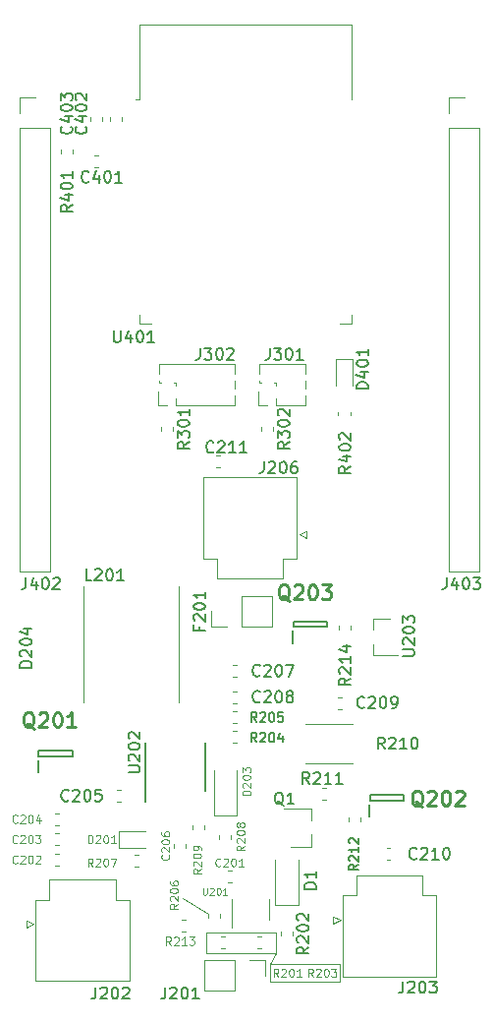
<source format=gbr>
G04 #@! TF.GenerationSoftware,KiCad,Pcbnew,(5.1.2)-2*
G04 #@! TF.CreationDate,2019-10-16T12:38:49+08:00*
G04 #@! TF.ProjectId,ESP32-Solar-Battery,45535033-322d-4536-9f6c-61722d426174,rev?*
G04 #@! TF.SameCoordinates,Original*
G04 #@! TF.FileFunction,Legend,Top*
G04 #@! TF.FilePolarity,Positive*
%FSLAX46Y46*%
G04 Gerber Fmt 4.6, Leading zero omitted, Abs format (unit mm)*
G04 Created by KiCad (PCBNEW (5.1.2)-2) date 2019-10-16 12:38:49*
%MOMM*%
%LPD*%
G04 APERTURE LIST*
%ADD10C,0.120000*%
%ADD11C,0.150000*%
%ADD12C,0.200000*%
%ADD13C,0.080000*%
%ADD14C,0.100000*%
%ADD15C,0.254000*%
G04 APERTURE END LIST*
D10*
X119750000Y-130750000D02*
X121902760Y-132135561D01*
X127750000Y-135500000D02*
X127250000Y-136500000D01*
X121750000Y-135500000D02*
X121750000Y-133750000D01*
X127750000Y-135500000D02*
X121750000Y-135500000D01*
X127750000Y-133750000D02*
X127750000Y-135500000D01*
X121750000Y-133750000D02*
X127750000Y-133750000D01*
X133250000Y-136500000D02*
X127250000Y-136500000D01*
X133250000Y-138000000D02*
X133250000Y-136500000D01*
X127250000Y-138000000D02*
X133250000Y-138000000D01*
X127250000Y-136500000D02*
X127250000Y-138000000D01*
X126520000Y-90249721D02*
X126520000Y-90575279D01*
X127540000Y-90249721D02*
X127540000Y-90575279D01*
X117890000Y-90249721D02*
X117890000Y-90575279D01*
X118910000Y-90249721D02*
X118910000Y-90575279D01*
X117640000Y-88330000D02*
X117640000Y-87200000D01*
X118400000Y-88330000D02*
X117640000Y-88330000D01*
X117705000Y-85622470D02*
X117705000Y-84800000D01*
X117705000Y-86440000D02*
X117705000Y-86237530D01*
X117836529Y-86440000D02*
X117705000Y-86440000D01*
X119106529Y-86440000D02*
X118963471Y-86440000D01*
X119160000Y-86636529D02*
X119160000Y-86493471D01*
X119160000Y-88330000D02*
X119160000Y-87763471D01*
X117705000Y-84800000D02*
X124175000Y-84800000D01*
X119160000Y-88330000D02*
X124175000Y-88330000D01*
X124175000Y-86892470D02*
X124175000Y-86237530D01*
X124175000Y-85622470D02*
X124175000Y-84800000D01*
X124175000Y-88330000D02*
X124175000Y-87507530D01*
X126270000Y-88330000D02*
X126270000Y-87200000D01*
X127030000Y-88330000D02*
X126270000Y-88330000D01*
X126335000Y-85622470D02*
X126335000Y-84800000D01*
X126335000Y-86440000D02*
X126335000Y-86237530D01*
X126466529Y-86440000D02*
X126335000Y-86440000D01*
X127736529Y-86440000D02*
X127593471Y-86440000D01*
X127790000Y-86636529D02*
X127790000Y-86493471D01*
X127790000Y-88330000D02*
X127790000Y-87763471D01*
X126335000Y-84800000D02*
X130265000Y-84800000D01*
X127790000Y-88330000D02*
X130265000Y-88330000D01*
X130265000Y-86892470D02*
X130265000Y-86237530D01*
X130265000Y-85622470D02*
X130265000Y-84800000D01*
X130265000Y-88330000D02*
X130265000Y-87507530D01*
X142670000Y-61901380D02*
X144000000Y-61901380D01*
X142670000Y-63231380D02*
X142670000Y-61901380D01*
X142670000Y-64501380D02*
X145330000Y-64501380D01*
X145330000Y-64501380D02*
X145330000Y-102661380D01*
X142670000Y-64501380D02*
X142670000Y-102661380D01*
X142670000Y-102661380D02*
X145330000Y-102661380D01*
X105670000Y-61901380D02*
X107000000Y-61901380D01*
X105670000Y-63231380D02*
X105670000Y-61901380D01*
X105670000Y-64501380D02*
X108330000Y-64501380D01*
X108330000Y-64501380D02*
X108330000Y-102661380D01*
X105670000Y-64501380D02*
X105670000Y-102661380D01*
X105670000Y-102661380D02*
X108330000Y-102661380D01*
X130297936Y-119210000D02*
X134402064Y-119210000D01*
X130297936Y-115790000D02*
X134402064Y-115790000D01*
D11*
X121642320Y-121544040D02*
X121642320Y-117404040D01*
X116502320Y-122474040D02*
X116502320Y-117404040D01*
D10*
X123937080Y-130869940D02*
X123937080Y-133319940D01*
X127157080Y-132669940D02*
X127157080Y-130869940D01*
X134155040Y-89250279D02*
X134155040Y-88924721D01*
X133135040Y-89250279D02*
X133135040Y-88924721D01*
X109240000Y-66396101D02*
X109240000Y-66721659D01*
X110260000Y-66396101D02*
X110260000Y-66721659D01*
X130846720Y-126350000D02*
X130846720Y-125300000D01*
X129046720Y-126350000D02*
X130846720Y-126350000D01*
X130846720Y-123050000D02*
X130846720Y-124100000D01*
X128446720Y-123050000D02*
X130846720Y-123050000D01*
X119350000Y-113950000D02*
X119350000Y-103950000D01*
X111150000Y-113950000D02*
X111150000Y-103950000D01*
X130360000Y-99800000D02*
X129760000Y-99500000D01*
X130360000Y-99200000D02*
X130360000Y-99800000D01*
X129760000Y-99500000D02*
X130360000Y-99200000D01*
X121480000Y-94590000D02*
X129560000Y-94590000D01*
X121480000Y-101610000D02*
X121480000Y-94590000D01*
X122680000Y-101610000D02*
X121480000Y-101610000D01*
X122680000Y-103310000D02*
X122680000Y-101610000D01*
X128360000Y-103310000D02*
X122680000Y-103310000D01*
X128360000Y-101610000D02*
X128360000Y-103310000D01*
X129560000Y-101610000D02*
X128360000Y-101610000D01*
X129560000Y-94590000D02*
X129560000Y-101610000D01*
X132712500Y-132356580D02*
X133312500Y-132656580D01*
X132712500Y-132956580D02*
X132712500Y-132356580D01*
X133312500Y-132656580D02*
X132712500Y-132956580D01*
X141592500Y-137566580D02*
X133512500Y-137566580D01*
X141592500Y-130546580D02*
X141592500Y-137566580D01*
X140392500Y-130546580D02*
X141592500Y-130546580D01*
X140392500Y-128846580D02*
X140392500Y-130546580D01*
X134712500Y-128846580D02*
X140392500Y-128846580D01*
X134712500Y-130546580D02*
X134712500Y-128846580D01*
X133512500Y-130546580D02*
X134712500Y-130546580D01*
X133512500Y-137566580D02*
X133512500Y-130546580D01*
X126818700Y-136122100D02*
X126818700Y-137452100D01*
X125488700Y-136122100D02*
X126818700Y-136122100D01*
X124218700Y-136122100D02*
X124218700Y-138782100D01*
X124218700Y-138782100D02*
X121618700Y-138782100D01*
X124218700Y-136122100D02*
X121618700Y-136122100D01*
X121618700Y-136122100D02*
X121618700Y-138782100D01*
X122210000Y-107430000D02*
X122210000Y-106100000D01*
X123540000Y-107430000D02*
X122210000Y-107430000D01*
X124810000Y-107430000D02*
X124810000Y-104770000D01*
X124810000Y-104770000D02*
X127410000Y-104770000D01*
X124810000Y-107430000D02*
X127410000Y-107430000D01*
X127410000Y-107430000D02*
X127410000Y-104770000D01*
X132910040Y-84427500D02*
X132910040Y-86712500D01*
X134380040Y-84427500D02*
X132910040Y-84427500D01*
X134380040Y-86712500D02*
X134380040Y-84427500D01*
X122390320Y-123650000D02*
X122390320Y-119750000D01*
X124390320Y-123650000D02*
X124390320Y-119750000D01*
X122390320Y-123650000D02*
X124390320Y-123650000D01*
X127696720Y-131400000D02*
X127696720Y-127500000D01*
X129696720Y-131400000D02*
X129696720Y-127500000D01*
X127696720Y-131400000D02*
X129696720Y-131400000D01*
X133190000Y-107349721D02*
X133190000Y-107675279D01*
X134210000Y-107349721D02*
X134210000Y-107675279D01*
X119636221Y-133639020D02*
X119961779Y-133639020D01*
X119636221Y-132619020D02*
X119961779Y-132619020D01*
X112760000Y-63876659D02*
X112760000Y-63551101D01*
X111740000Y-63876659D02*
X111740000Y-63551101D01*
X114510000Y-63876659D02*
X114510000Y-63551101D01*
X113490000Y-63876659D02*
X113490000Y-63551101D01*
X112124721Y-67856380D02*
X112450279Y-67856380D01*
X112124721Y-66836380D02*
X112450279Y-66836380D01*
X106240480Y-132732500D02*
X106840480Y-133032500D01*
X106240480Y-133332500D02*
X106240480Y-132732500D01*
X106840480Y-133032500D02*
X106240480Y-133332500D01*
X115120480Y-137942500D02*
X107040480Y-137942500D01*
X115120480Y-130922500D02*
X115120480Y-137942500D01*
X113920480Y-130922500D02*
X115120480Y-130922500D01*
X113920480Y-129222500D02*
X113920480Y-130922500D01*
X108240480Y-129222500D02*
X113920480Y-129222500D01*
X108240480Y-130922500D02*
X108240480Y-129222500D01*
X107040480Y-130922500D02*
X108240480Y-130922500D01*
X107040480Y-137942500D02*
X107040480Y-130922500D01*
X135010000Y-124200279D02*
X135010000Y-123874721D01*
X133990000Y-124200279D02*
X133990000Y-123874721D01*
X132046999Y-121290000D02*
X131721441Y-121290000D01*
X132046999Y-122310000D02*
X131721441Y-122310000D01*
X120562320Y-124549721D02*
X120562320Y-124875279D01*
X121582320Y-124549721D02*
X121582320Y-124875279D01*
X123900320Y-125675279D02*
X123900320Y-125349721D01*
X122880320Y-125675279D02*
X122880320Y-125349721D01*
X115549721Y-128102540D02*
X115875279Y-128102540D01*
X115549721Y-127082540D02*
X115875279Y-127082540D01*
X121902760Y-132135561D02*
X121902760Y-132461119D01*
X122922760Y-132135561D02*
X122922760Y-132461119D01*
X124015041Y-115711920D02*
X124340599Y-115711920D01*
X124015041Y-114691920D02*
X124340599Y-114691920D01*
X124340599Y-116416580D02*
X124015041Y-116416580D01*
X124340599Y-117436580D02*
X124015041Y-117436580D01*
X126484699Y-134112540D02*
X126159141Y-134112540D01*
X126484699Y-135132540D02*
X126159141Y-135132540D01*
X128186720Y-133707821D02*
X128186720Y-134033379D01*
X129206720Y-133707821D02*
X129206720Y-134033379D01*
X123014421Y-135132540D02*
X123339979Y-135132540D01*
X123014421Y-134112540D02*
X123339979Y-134112540D01*
D12*
X129200000Y-108825000D02*
X129200000Y-107775000D01*
X132150000Y-107425000D02*
X129250000Y-107425000D01*
X132150000Y-106975000D02*
X132150000Y-107425000D01*
X129250000Y-106975000D02*
X132150000Y-106975000D01*
X129250000Y-107425000D02*
X129250000Y-106975000D01*
X135800000Y-123775000D02*
X135800000Y-122725000D01*
X138750000Y-122375000D02*
X135850000Y-122375000D01*
X138750000Y-121925000D02*
X138750000Y-122375000D01*
X135850000Y-121925000D02*
X138750000Y-121925000D01*
X135850000Y-122375000D02*
X135850000Y-121925000D01*
X107250000Y-119975000D02*
X107250000Y-118925000D01*
X110200000Y-118575000D02*
X107300000Y-118575000D01*
X110200000Y-118125000D02*
X110200000Y-118575000D01*
X107300000Y-118125000D02*
X110200000Y-118125000D01*
X107300000Y-118575000D02*
X107300000Y-118125000D01*
D10*
X114227500Y-126485000D02*
X116512500Y-126485000D01*
X114227500Y-125015000D02*
X114227500Y-126485000D01*
X116512500Y-125015000D02*
X114227500Y-125015000D01*
X122915279Y-92690000D02*
X122589721Y-92690000D01*
X122915279Y-93710000D02*
X122589721Y-93710000D01*
X137625279Y-126490000D02*
X137299721Y-126490000D01*
X137625279Y-127510000D02*
X137299721Y-127510000D01*
X133450279Y-113490000D02*
X133124721Y-113490000D01*
X133450279Y-114510000D02*
X133124721Y-114510000D01*
X124015041Y-114010000D02*
X124340599Y-114010000D01*
X124015041Y-112990000D02*
X124340599Y-112990000D01*
X124015041Y-111760000D02*
X124340599Y-111760000D01*
X124015041Y-110740000D02*
X124340599Y-110740000D01*
X118990000Y-126124721D02*
X118990000Y-126450279D01*
X120010000Y-126124721D02*
X120010000Y-126450279D01*
X114049721Y-122534040D02*
X114375279Y-122534040D01*
X114049721Y-121514040D02*
X114375279Y-121514040D01*
X109075279Y-123490000D02*
X108749721Y-123490000D01*
X109075279Y-124510000D02*
X108749721Y-124510000D01*
X109075279Y-125240000D02*
X108749721Y-125240000D01*
X109075279Y-126260000D02*
X108749721Y-126260000D01*
X109075279Y-126990000D02*
X108749721Y-126990000D01*
X109075279Y-128010000D02*
X108749721Y-128010000D01*
X123972359Y-128390000D02*
X123646801Y-128390000D01*
X123972359Y-129410000D02*
X123646801Y-129410000D01*
X116025040Y-62041380D02*
X115645040Y-62041380D01*
X116025040Y-55621380D02*
X116025040Y-62041380D01*
X134265040Y-55621380D02*
X134265040Y-62041380D01*
X116025040Y-55621380D02*
X134265040Y-55621380D01*
X134265040Y-81366380D02*
X133265040Y-81366380D01*
X134265040Y-80586380D02*
X134265040Y-81366380D01*
X116025040Y-81366380D02*
X117025040Y-81366380D01*
X116025040Y-80586380D02*
X116025040Y-81366380D01*
X136140000Y-106720000D02*
X137600000Y-106720000D01*
X136140000Y-109880000D02*
X138300000Y-109880000D01*
X136140000Y-109880000D02*
X136140000Y-108950000D01*
X136140000Y-106720000D02*
X136140000Y-107650000D01*
D11*
X128912380Y-91531547D02*
X128436190Y-91864880D01*
X128912380Y-92102976D02*
X127912380Y-92102976D01*
X127912380Y-91722023D01*
X127960000Y-91626785D01*
X128007619Y-91579166D01*
X128102857Y-91531547D01*
X128245714Y-91531547D01*
X128340952Y-91579166D01*
X128388571Y-91626785D01*
X128436190Y-91722023D01*
X128436190Y-92102976D01*
X127912380Y-91198214D02*
X127912380Y-90579166D01*
X128293333Y-90912500D01*
X128293333Y-90769642D01*
X128340952Y-90674404D01*
X128388571Y-90626785D01*
X128483809Y-90579166D01*
X128721904Y-90579166D01*
X128817142Y-90626785D01*
X128864761Y-90674404D01*
X128912380Y-90769642D01*
X128912380Y-91055357D01*
X128864761Y-91150595D01*
X128817142Y-91198214D01*
X127912380Y-89960119D02*
X127912380Y-89864880D01*
X127960000Y-89769642D01*
X128007619Y-89722023D01*
X128102857Y-89674404D01*
X128293333Y-89626785D01*
X128531428Y-89626785D01*
X128721904Y-89674404D01*
X128817142Y-89722023D01*
X128864761Y-89769642D01*
X128912380Y-89864880D01*
X128912380Y-89960119D01*
X128864761Y-90055357D01*
X128817142Y-90102976D01*
X128721904Y-90150595D01*
X128531428Y-90198214D01*
X128293333Y-90198214D01*
X128102857Y-90150595D01*
X128007619Y-90102976D01*
X127960000Y-90055357D01*
X127912380Y-89960119D01*
X128007619Y-89245833D02*
X127960000Y-89198214D01*
X127912380Y-89102976D01*
X127912380Y-88864880D01*
X127960000Y-88769642D01*
X128007619Y-88722023D01*
X128102857Y-88674404D01*
X128198095Y-88674404D01*
X128340952Y-88722023D01*
X128912380Y-89293452D01*
X128912380Y-88674404D01*
X120282380Y-91531547D02*
X119806190Y-91864880D01*
X120282380Y-92102976D02*
X119282380Y-92102976D01*
X119282380Y-91722023D01*
X119330000Y-91626785D01*
X119377619Y-91579166D01*
X119472857Y-91531547D01*
X119615714Y-91531547D01*
X119710952Y-91579166D01*
X119758571Y-91626785D01*
X119806190Y-91722023D01*
X119806190Y-92102976D01*
X119282380Y-91198214D02*
X119282380Y-90579166D01*
X119663333Y-90912500D01*
X119663333Y-90769642D01*
X119710952Y-90674404D01*
X119758571Y-90626785D01*
X119853809Y-90579166D01*
X120091904Y-90579166D01*
X120187142Y-90626785D01*
X120234761Y-90674404D01*
X120282380Y-90769642D01*
X120282380Y-91055357D01*
X120234761Y-91150595D01*
X120187142Y-91198214D01*
X119282380Y-89960119D02*
X119282380Y-89864880D01*
X119330000Y-89769642D01*
X119377619Y-89722023D01*
X119472857Y-89674404D01*
X119663333Y-89626785D01*
X119901428Y-89626785D01*
X120091904Y-89674404D01*
X120187142Y-89722023D01*
X120234761Y-89769642D01*
X120282380Y-89864880D01*
X120282380Y-89960119D01*
X120234761Y-90055357D01*
X120187142Y-90102976D01*
X120091904Y-90150595D01*
X119901428Y-90198214D01*
X119663333Y-90198214D01*
X119472857Y-90150595D01*
X119377619Y-90102976D01*
X119330000Y-90055357D01*
X119282380Y-89960119D01*
X120282380Y-88674404D02*
X120282380Y-89245833D01*
X120282380Y-88960119D02*
X119282380Y-88960119D01*
X119425238Y-89055357D01*
X119520476Y-89150595D01*
X119568095Y-89245833D01*
X121214285Y-83452380D02*
X121214285Y-84166666D01*
X121166666Y-84309523D01*
X121071428Y-84404761D01*
X120928571Y-84452380D01*
X120833333Y-84452380D01*
X121595238Y-83452380D02*
X122214285Y-83452380D01*
X121880952Y-83833333D01*
X122023809Y-83833333D01*
X122119047Y-83880952D01*
X122166666Y-83928571D01*
X122214285Y-84023809D01*
X122214285Y-84261904D01*
X122166666Y-84357142D01*
X122119047Y-84404761D01*
X122023809Y-84452380D01*
X121738095Y-84452380D01*
X121642857Y-84404761D01*
X121595238Y-84357142D01*
X122833333Y-83452380D02*
X122928571Y-83452380D01*
X123023809Y-83500000D01*
X123071428Y-83547619D01*
X123119047Y-83642857D01*
X123166666Y-83833333D01*
X123166666Y-84071428D01*
X123119047Y-84261904D01*
X123071428Y-84357142D01*
X123023809Y-84404761D01*
X122928571Y-84452380D01*
X122833333Y-84452380D01*
X122738095Y-84404761D01*
X122690476Y-84357142D01*
X122642857Y-84261904D01*
X122595238Y-84071428D01*
X122595238Y-83833333D01*
X122642857Y-83642857D01*
X122690476Y-83547619D01*
X122738095Y-83500000D01*
X122833333Y-83452380D01*
X123547619Y-83547619D02*
X123595238Y-83500000D01*
X123690476Y-83452380D01*
X123928571Y-83452380D01*
X124023809Y-83500000D01*
X124071428Y-83547619D01*
X124119047Y-83642857D01*
X124119047Y-83738095D01*
X124071428Y-83880952D01*
X123500000Y-84452380D01*
X124119047Y-84452380D01*
X127214285Y-83452380D02*
X127214285Y-84166666D01*
X127166666Y-84309523D01*
X127071428Y-84404761D01*
X126928571Y-84452380D01*
X126833333Y-84452380D01*
X127595238Y-83452380D02*
X128214285Y-83452380D01*
X127880952Y-83833333D01*
X128023809Y-83833333D01*
X128119047Y-83880952D01*
X128166666Y-83928571D01*
X128214285Y-84023809D01*
X128214285Y-84261904D01*
X128166666Y-84357142D01*
X128119047Y-84404761D01*
X128023809Y-84452380D01*
X127738095Y-84452380D01*
X127642857Y-84404761D01*
X127595238Y-84357142D01*
X128833333Y-83452380D02*
X128928571Y-83452380D01*
X129023809Y-83500000D01*
X129071428Y-83547619D01*
X129119047Y-83642857D01*
X129166666Y-83833333D01*
X129166666Y-84071428D01*
X129119047Y-84261904D01*
X129071428Y-84357142D01*
X129023809Y-84404761D01*
X128928571Y-84452380D01*
X128833333Y-84452380D01*
X128738095Y-84404761D01*
X128690476Y-84357142D01*
X128642857Y-84261904D01*
X128595238Y-84071428D01*
X128595238Y-83833333D01*
X128642857Y-83642857D01*
X128690476Y-83547619D01*
X128738095Y-83500000D01*
X128833333Y-83452380D01*
X130119047Y-84452380D02*
X129547619Y-84452380D01*
X129833333Y-84452380D02*
X129833333Y-83452380D01*
X129738095Y-83595238D01*
X129642857Y-83690476D01*
X129547619Y-83738095D01*
X142464285Y-103202380D02*
X142464285Y-103916666D01*
X142416666Y-104059523D01*
X142321428Y-104154761D01*
X142178571Y-104202380D01*
X142083333Y-104202380D01*
X143369047Y-103535714D02*
X143369047Y-104202380D01*
X143130952Y-103154761D02*
X142892857Y-103869047D01*
X143511904Y-103869047D01*
X144083333Y-103202380D02*
X144178571Y-103202380D01*
X144273809Y-103250000D01*
X144321428Y-103297619D01*
X144369047Y-103392857D01*
X144416666Y-103583333D01*
X144416666Y-103821428D01*
X144369047Y-104011904D01*
X144321428Y-104107142D01*
X144273809Y-104154761D01*
X144178571Y-104202380D01*
X144083333Y-104202380D01*
X143988095Y-104154761D01*
X143940476Y-104107142D01*
X143892857Y-104011904D01*
X143845238Y-103821428D01*
X143845238Y-103583333D01*
X143892857Y-103392857D01*
X143940476Y-103297619D01*
X143988095Y-103250000D01*
X144083333Y-103202380D01*
X144750000Y-103202380D02*
X145369047Y-103202380D01*
X145035714Y-103583333D01*
X145178571Y-103583333D01*
X145273809Y-103630952D01*
X145321428Y-103678571D01*
X145369047Y-103773809D01*
X145369047Y-104011904D01*
X145321428Y-104107142D01*
X145273809Y-104154761D01*
X145178571Y-104202380D01*
X144892857Y-104202380D01*
X144797619Y-104154761D01*
X144750000Y-104107142D01*
X106214285Y-103202380D02*
X106214285Y-103916666D01*
X106166666Y-104059523D01*
X106071428Y-104154761D01*
X105928571Y-104202380D01*
X105833333Y-104202380D01*
X107119047Y-103535714D02*
X107119047Y-104202380D01*
X106880952Y-103154761D02*
X106642857Y-103869047D01*
X107261904Y-103869047D01*
X107833333Y-103202380D02*
X107928571Y-103202380D01*
X108023809Y-103250000D01*
X108071428Y-103297619D01*
X108119047Y-103392857D01*
X108166666Y-103583333D01*
X108166666Y-103821428D01*
X108119047Y-104011904D01*
X108071428Y-104107142D01*
X108023809Y-104154761D01*
X107928571Y-104202380D01*
X107833333Y-104202380D01*
X107738095Y-104154761D01*
X107690476Y-104107142D01*
X107642857Y-104011904D01*
X107595238Y-103821428D01*
X107595238Y-103583333D01*
X107642857Y-103392857D01*
X107690476Y-103297619D01*
X107738095Y-103250000D01*
X107833333Y-103202380D01*
X108547619Y-103297619D02*
X108595238Y-103250000D01*
X108690476Y-103202380D01*
X108928571Y-103202380D01*
X109023809Y-103250000D01*
X109071428Y-103297619D01*
X109119047Y-103392857D01*
X109119047Y-103488095D01*
X109071428Y-103630952D01*
X108500000Y-104202380D01*
X109119047Y-104202380D01*
X137130952Y-117952380D02*
X136797619Y-117476190D01*
X136559523Y-117952380D02*
X136559523Y-116952380D01*
X136940476Y-116952380D01*
X137035714Y-117000000D01*
X137083333Y-117047619D01*
X137130952Y-117142857D01*
X137130952Y-117285714D01*
X137083333Y-117380952D01*
X137035714Y-117428571D01*
X136940476Y-117476190D01*
X136559523Y-117476190D01*
X137511904Y-117047619D02*
X137559523Y-117000000D01*
X137654761Y-116952380D01*
X137892857Y-116952380D01*
X137988095Y-117000000D01*
X138035714Y-117047619D01*
X138083333Y-117142857D01*
X138083333Y-117238095D01*
X138035714Y-117380952D01*
X137464285Y-117952380D01*
X138083333Y-117952380D01*
X139035714Y-117952380D02*
X138464285Y-117952380D01*
X138750000Y-117952380D02*
X138750000Y-116952380D01*
X138654761Y-117095238D01*
X138559523Y-117190476D01*
X138464285Y-117238095D01*
X139654761Y-116952380D02*
X139750000Y-116952380D01*
X139845238Y-117000000D01*
X139892857Y-117047619D01*
X139940476Y-117142857D01*
X139988095Y-117333333D01*
X139988095Y-117571428D01*
X139940476Y-117761904D01*
X139892857Y-117857142D01*
X139845238Y-117904761D01*
X139750000Y-117952380D01*
X139654761Y-117952380D01*
X139559523Y-117904761D01*
X139511904Y-117857142D01*
X139464285Y-117761904D01*
X139416666Y-117571428D01*
X139416666Y-117333333D01*
X139464285Y-117142857D01*
X139511904Y-117047619D01*
X139559523Y-117000000D01*
X139654761Y-116952380D01*
X115024700Y-119964285D02*
X115834224Y-119964285D01*
X115929462Y-119916666D01*
X115977081Y-119869047D01*
X116024700Y-119773809D01*
X116024700Y-119583333D01*
X115977081Y-119488095D01*
X115929462Y-119440476D01*
X115834224Y-119392857D01*
X115024700Y-119392857D01*
X115119939Y-118964285D02*
X115072320Y-118916666D01*
X115024700Y-118821428D01*
X115024700Y-118583333D01*
X115072320Y-118488095D01*
X115119939Y-118440476D01*
X115215177Y-118392857D01*
X115310415Y-118392857D01*
X115453272Y-118440476D01*
X116024700Y-119011904D01*
X116024700Y-118392857D01*
X115024700Y-117773809D02*
X115024700Y-117678571D01*
X115072320Y-117583333D01*
X115119939Y-117535714D01*
X115215177Y-117488095D01*
X115405653Y-117440476D01*
X115643748Y-117440476D01*
X115834224Y-117488095D01*
X115929462Y-117535714D01*
X115977081Y-117583333D01*
X116024700Y-117678571D01*
X116024700Y-117773809D01*
X115977081Y-117869047D01*
X115929462Y-117916666D01*
X115834224Y-117964285D01*
X115643748Y-118011904D01*
X115405653Y-118011904D01*
X115215177Y-117964285D01*
X115119939Y-117916666D01*
X115072320Y-117869047D01*
X115024700Y-117773809D01*
X115119939Y-117059523D02*
X115072320Y-117011904D01*
X115024700Y-116916666D01*
X115024700Y-116678571D01*
X115072320Y-116583333D01*
X115119939Y-116535714D01*
X115215177Y-116488095D01*
X115310415Y-116488095D01*
X115453272Y-116535714D01*
X116024700Y-117107142D01*
X116024700Y-116488095D01*
D13*
X121471428Y-129921428D02*
X121471428Y-130407142D01*
X121500000Y-130464285D01*
X121528571Y-130492857D01*
X121585714Y-130521428D01*
X121700000Y-130521428D01*
X121757142Y-130492857D01*
X121785714Y-130464285D01*
X121814285Y-130407142D01*
X121814285Y-129921428D01*
X122071428Y-129978571D02*
X122100000Y-129950000D01*
X122157142Y-129921428D01*
X122300000Y-129921428D01*
X122357142Y-129950000D01*
X122385714Y-129978571D01*
X122414285Y-130035714D01*
X122414285Y-130092857D01*
X122385714Y-130178571D01*
X122042857Y-130521428D01*
X122414285Y-130521428D01*
X122785714Y-129921428D02*
X122842857Y-129921428D01*
X122900000Y-129950000D01*
X122928571Y-129978571D01*
X122957142Y-130035714D01*
X122985714Y-130150000D01*
X122985714Y-130292857D01*
X122957142Y-130407142D01*
X122928571Y-130464285D01*
X122900000Y-130492857D01*
X122842857Y-130521428D01*
X122785714Y-130521428D01*
X122728571Y-130492857D01*
X122700000Y-130464285D01*
X122671428Y-130407142D01*
X122642857Y-130292857D01*
X122642857Y-130150000D01*
X122671428Y-130035714D01*
X122700000Y-129978571D01*
X122728571Y-129950000D01*
X122785714Y-129921428D01*
X123557142Y-130521428D02*
X123214285Y-130521428D01*
X123385714Y-130521428D02*
X123385714Y-129921428D01*
X123328571Y-130007142D01*
X123271428Y-130064285D01*
X123214285Y-130092857D01*
D11*
X134202380Y-93619047D02*
X133726190Y-93952380D01*
X134202380Y-94190476D02*
X133202380Y-94190476D01*
X133202380Y-93809523D01*
X133250000Y-93714285D01*
X133297619Y-93666666D01*
X133392857Y-93619047D01*
X133535714Y-93619047D01*
X133630952Y-93666666D01*
X133678571Y-93714285D01*
X133726190Y-93809523D01*
X133726190Y-94190476D01*
X133535714Y-92761904D02*
X134202380Y-92761904D01*
X133154761Y-93000000D02*
X133869047Y-93238095D01*
X133869047Y-92619047D01*
X133202380Y-92047619D02*
X133202380Y-91952380D01*
X133250000Y-91857142D01*
X133297619Y-91809523D01*
X133392857Y-91761904D01*
X133583333Y-91714285D01*
X133821428Y-91714285D01*
X134011904Y-91761904D01*
X134107142Y-91809523D01*
X134154761Y-91857142D01*
X134202380Y-91952380D01*
X134202380Y-92047619D01*
X134154761Y-92142857D01*
X134107142Y-92190476D01*
X134011904Y-92238095D01*
X133821428Y-92285714D01*
X133583333Y-92285714D01*
X133392857Y-92238095D01*
X133297619Y-92190476D01*
X133250000Y-92142857D01*
X133202380Y-92047619D01*
X133297619Y-91333333D02*
X133250000Y-91285714D01*
X133202380Y-91190476D01*
X133202380Y-90952380D01*
X133250000Y-90857142D01*
X133297619Y-90809523D01*
X133392857Y-90761904D01*
X133488095Y-90761904D01*
X133630952Y-90809523D01*
X134202380Y-91380952D01*
X134202380Y-90761904D01*
X110202380Y-71119047D02*
X109726190Y-71452380D01*
X110202380Y-71690476D02*
X109202380Y-71690476D01*
X109202380Y-71309523D01*
X109250000Y-71214285D01*
X109297619Y-71166666D01*
X109392857Y-71119047D01*
X109535714Y-71119047D01*
X109630952Y-71166666D01*
X109678571Y-71214285D01*
X109726190Y-71309523D01*
X109726190Y-71690476D01*
X109535714Y-70261904D02*
X110202380Y-70261904D01*
X109154761Y-70500000D02*
X109869047Y-70738095D01*
X109869047Y-70119047D01*
X109202380Y-69547619D02*
X109202380Y-69452380D01*
X109250000Y-69357142D01*
X109297619Y-69309523D01*
X109392857Y-69261904D01*
X109583333Y-69214285D01*
X109821428Y-69214285D01*
X110011904Y-69261904D01*
X110107142Y-69309523D01*
X110154761Y-69357142D01*
X110202380Y-69452380D01*
X110202380Y-69547619D01*
X110154761Y-69642857D01*
X110107142Y-69690476D01*
X110011904Y-69738095D01*
X109821428Y-69785714D01*
X109583333Y-69785714D01*
X109392857Y-69738095D01*
X109297619Y-69690476D01*
X109250000Y-69642857D01*
X109202380Y-69547619D01*
X110202380Y-68261904D02*
X110202380Y-68833333D01*
X110202380Y-68547619D02*
X109202380Y-68547619D01*
X109345238Y-68642857D01*
X109440476Y-68738095D01*
X109488095Y-68833333D01*
X128404761Y-122797619D02*
X128309523Y-122750000D01*
X128214285Y-122654761D01*
X128071428Y-122511904D01*
X127976190Y-122464285D01*
X127880952Y-122464285D01*
X127928571Y-122702380D02*
X127833333Y-122654761D01*
X127738095Y-122559523D01*
X127690476Y-122369047D01*
X127690476Y-122035714D01*
X127738095Y-121845238D01*
X127833333Y-121750000D01*
X127928571Y-121702380D01*
X128119047Y-121702380D01*
X128214285Y-121750000D01*
X128309523Y-121845238D01*
X128357142Y-122035714D01*
X128357142Y-122369047D01*
X128309523Y-122559523D01*
X128214285Y-122654761D01*
X128119047Y-122702380D01*
X127928571Y-122702380D01*
X129309523Y-122702380D02*
X128738095Y-122702380D01*
X129023809Y-122702380D02*
X129023809Y-121702380D01*
X128928571Y-121845238D01*
X128833333Y-121940476D01*
X128738095Y-121988095D01*
X111880952Y-103452380D02*
X111404761Y-103452380D01*
X111404761Y-102452380D01*
X112166666Y-102547619D02*
X112214285Y-102500000D01*
X112309523Y-102452380D01*
X112547619Y-102452380D01*
X112642857Y-102500000D01*
X112690476Y-102547619D01*
X112738095Y-102642857D01*
X112738095Y-102738095D01*
X112690476Y-102880952D01*
X112119047Y-103452380D01*
X112738095Y-103452380D01*
X113357142Y-102452380D02*
X113452380Y-102452380D01*
X113547619Y-102500000D01*
X113595238Y-102547619D01*
X113642857Y-102642857D01*
X113690476Y-102833333D01*
X113690476Y-103071428D01*
X113642857Y-103261904D01*
X113595238Y-103357142D01*
X113547619Y-103404761D01*
X113452380Y-103452380D01*
X113357142Y-103452380D01*
X113261904Y-103404761D01*
X113214285Y-103357142D01*
X113166666Y-103261904D01*
X113119047Y-103071428D01*
X113119047Y-102833333D01*
X113166666Y-102642857D01*
X113214285Y-102547619D01*
X113261904Y-102500000D01*
X113357142Y-102452380D01*
X114642857Y-103452380D02*
X114071428Y-103452380D01*
X114357142Y-103452380D02*
X114357142Y-102452380D01*
X114261904Y-102595238D01*
X114166666Y-102690476D01*
X114071428Y-102738095D01*
X126714285Y-93202380D02*
X126714285Y-93916666D01*
X126666666Y-94059523D01*
X126571428Y-94154761D01*
X126428571Y-94202380D01*
X126333333Y-94202380D01*
X127142857Y-93297619D02*
X127190476Y-93250000D01*
X127285714Y-93202380D01*
X127523809Y-93202380D01*
X127619047Y-93250000D01*
X127666666Y-93297619D01*
X127714285Y-93392857D01*
X127714285Y-93488095D01*
X127666666Y-93630952D01*
X127095238Y-94202380D01*
X127714285Y-94202380D01*
X128333333Y-93202380D02*
X128428571Y-93202380D01*
X128523809Y-93250000D01*
X128571428Y-93297619D01*
X128619047Y-93392857D01*
X128666666Y-93583333D01*
X128666666Y-93821428D01*
X128619047Y-94011904D01*
X128571428Y-94107142D01*
X128523809Y-94154761D01*
X128428571Y-94202380D01*
X128333333Y-94202380D01*
X128238095Y-94154761D01*
X128190476Y-94107142D01*
X128142857Y-94011904D01*
X128095238Y-93821428D01*
X128095238Y-93583333D01*
X128142857Y-93392857D01*
X128190476Y-93297619D01*
X128238095Y-93250000D01*
X128333333Y-93202380D01*
X129523809Y-93202380D02*
X129333333Y-93202380D01*
X129238095Y-93250000D01*
X129190476Y-93297619D01*
X129095238Y-93440476D01*
X129047619Y-93630952D01*
X129047619Y-94011904D01*
X129095238Y-94107142D01*
X129142857Y-94154761D01*
X129238095Y-94202380D01*
X129428571Y-94202380D01*
X129523809Y-94154761D01*
X129571428Y-94107142D01*
X129619047Y-94011904D01*
X129619047Y-93773809D01*
X129571428Y-93678571D01*
X129523809Y-93630952D01*
X129428571Y-93583333D01*
X129238095Y-93583333D01*
X129142857Y-93630952D01*
X129095238Y-93678571D01*
X129047619Y-93773809D01*
X138714285Y-137952380D02*
X138714285Y-138666666D01*
X138666666Y-138809523D01*
X138571428Y-138904761D01*
X138428571Y-138952380D01*
X138333333Y-138952380D01*
X139142857Y-138047619D02*
X139190476Y-138000000D01*
X139285714Y-137952380D01*
X139523809Y-137952380D01*
X139619047Y-138000000D01*
X139666666Y-138047619D01*
X139714285Y-138142857D01*
X139714285Y-138238095D01*
X139666666Y-138380952D01*
X139095238Y-138952380D01*
X139714285Y-138952380D01*
X140333333Y-137952380D02*
X140428571Y-137952380D01*
X140523809Y-138000000D01*
X140571428Y-138047619D01*
X140619047Y-138142857D01*
X140666666Y-138333333D01*
X140666666Y-138571428D01*
X140619047Y-138761904D01*
X140571428Y-138857142D01*
X140523809Y-138904761D01*
X140428571Y-138952380D01*
X140333333Y-138952380D01*
X140238095Y-138904761D01*
X140190476Y-138857142D01*
X140142857Y-138761904D01*
X140095238Y-138571428D01*
X140095238Y-138333333D01*
X140142857Y-138142857D01*
X140190476Y-138047619D01*
X140238095Y-138000000D01*
X140333333Y-137952380D01*
X141000000Y-137952380D02*
X141619047Y-137952380D01*
X141285714Y-138333333D01*
X141428571Y-138333333D01*
X141523809Y-138380952D01*
X141571428Y-138428571D01*
X141619047Y-138523809D01*
X141619047Y-138761904D01*
X141571428Y-138857142D01*
X141523809Y-138904761D01*
X141428571Y-138952380D01*
X141142857Y-138952380D01*
X141047619Y-138904761D01*
X141000000Y-138857142D01*
X106702380Y-110940476D02*
X105702380Y-110940476D01*
X105702380Y-110702380D01*
X105750000Y-110559523D01*
X105845238Y-110464285D01*
X105940476Y-110416666D01*
X106130952Y-110369047D01*
X106273809Y-110369047D01*
X106464285Y-110416666D01*
X106559523Y-110464285D01*
X106654761Y-110559523D01*
X106702380Y-110702380D01*
X106702380Y-110940476D01*
X105797619Y-109988095D02*
X105750000Y-109940476D01*
X105702380Y-109845238D01*
X105702380Y-109607142D01*
X105750000Y-109511904D01*
X105797619Y-109464285D01*
X105892857Y-109416666D01*
X105988095Y-109416666D01*
X106130952Y-109464285D01*
X106702380Y-110035714D01*
X106702380Y-109416666D01*
X105702380Y-108797619D02*
X105702380Y-108702380D01*
X105750000Y-108607142D01*
X105797619Y-108559523D01*
X105892857Y-108511904D01*
X106083333Y-108464285D01*
X106321428Y-108464285D01*
X106511904Y-108511904D01*
X106607142Y-108559523D01*
X106654761Y-108607142D01*
X106702380Y-108702380D01*
X106702380Y-108797619D01*
X106654761Y-108892857D01*
X106607142Y-108940476D01*
X106511904Y-108988095D01*
X106321428Y-109035714D01*
X106083333Y-109035714D01*
X105892857Y-108988095D01*
X105797619Y-108940476D01*
X105750000Y-108892857D01*
X105702380Y-108797619D01*
X106035714Y-107607142D02*
X106702380Y-107607142D01*
X105654761Y-107845238D02*
X106369047Y-108083333D01*
X106369047Y-107464285D01*
X118214285Y-138452380D02*
X118214285Y-139166666D01*
X118166666Y-139309523D01*
X118071428Y-139404761D01*
X117928571Y-139452380D01*
X117833333Y-139452380D01*
X118642857Y-138547619D02*
X118690476Y-138500000D01*
X118785714Y-138452380D01*
X119023809Y-138452380D01*
X119119047Y-138500000D01*
X119166666Y-138547619D01*
X119214285Y-138642857D01*
X119214285Y-138738095D01*
X119166666Y-138880952D01*
X118595238Y-139452380D01*
X119214285Y-139452380D01*
X119833333Y-138452380D02*
X119928571Y-138452380D01*
X120023809Y-138500000D01*
X120071428Y-138547619D01*
X120119047Y-138642857D01*
X120166666Y-138833333D01*
X120166666Y-139071428D01*
X120119047Y-139261904D01*
X120071428Y-139357142D01*
X120023809Y-139404761D01*
X119928571Y-139452380D01*
X119833333Y-139452380D01*
X119738095Y-139404761D01*
X119690476Y-139357142D01*
X119642857Y-139261904D01*
X119595238Y-139071428D01*
X119595238Y-138833333D01*
X119642857Y-138642857D01*
X119690476Y-138547619D01*
X119738095Y-138500000D01*
X119833333Y-138452380D01*
X121119047Y-139452380D02*
X120547619Y-139452380D01*
X120833333Y-139452380D02*
X120833333Y-138452380D01*
X120738095Y-138595238D01*
X120642857Y-138690476D01*
X120547619Y-138738095D01*
X121138571Y-107385714D02*
X121138571Y-107719047D01*
X121662380Y-107719047D02*
X120662380Y-107719047D01*
X120662380Y-107242857D01*
X120757619Y-106909523D02*
X120710000Y-106861904D01*
X120662380Y-106766666D01*
X120662380Y-106528571D01*
X120710000Y-106433333D01*
X120757619Y-106385714D01*
X120852857Y-106338095D01*
X120948095Y-106338095D01*
X121090952Y-106385714D01*
X121662380Y-106957142D01*
X121662380Y-106338095D01*
X120662380Y-105719047D02*
X120662380Y-105623809D01*
X120710000Y-105528571D01*
X120757619Y-105480952D01*
X120852857Y-105433333D01*
X121043333Y-105385714D01*
X121281428Y-105385714D01*
X121471904Y-105433333D01*
X121567142Y-105480952D01*
X121614761Y-105528571D01*
X121662380Y-105623809D01*
X121662380Y-105719047D01*
X121614761Y-105814285D01*
X121567142Y-105861904D01*
X121471904Y-105909523D01*
X121281428Y-105957142D01*
X121043333Y-105957142D01*
X120852857Y-105909523D01*
X120757619Y-105861904D01*
X120710000Y-105814285D01*
X120662380Y-105719047D01*
X121662380Y-104433333D02*
X121662380Y-105004761D01*
X121662380Y-104719047D02*
X120662380Y-104719047D01*
X120805238Y-104814285D01*
X120900476Y-104909523D01*
X120948095Y-105004761D01*
X135702380Y-86940476D02*
X134702380Y-86940476D01*
X134702380Y-86702380D01*
X134750000Y-86559523D01*
X134845238Y-86464285D01*
X134940476Y-86416666D01*
X135130952Y-86369047D01*
X135273809Y-86369047D01*
X135464285Y-86416666D01*
X135559523Y-86464285D01*
X135654761Y-86559523D01*
X135702380Y-86702380D01*
X135702380Y-86940476D01*
X135035714Y-85511904D02*
X135702380Y-85511904D01*
X134654761Y-85750000D02*
X135369047Y-85988095D01*
X135369047Y-85369047D01*
X134702380Y-84797619D02*
X134702380Y-84702380D01*
X134750000Y-84607142D01*
X134797619Y-84559523D01*
X134892857Y-84511904D01*
X135083333Y-84464285D01*
X135321428Y-84464285D01*
X135511904Y-84511904D01*
X135607142Y-84559523D01*
X135654761Y-84607142D01*
X135702380Y-84702380D01*
X135702380Y-84797619D01*
X135654761Y-84892857D01*
X135607142Y-84940476D01*
X135511904Y-84988095D01*
X135321428Y-85035714D01*
X135083333Y-85035714D01*
X134892857Y-84988095D01*
X134797619Y-84940476D01*
X134750000Y-84892857D01*
X134702380Y-84797619D01*
X135702380Y-83511904D02*
X135702380Y-84083333D01*
X135702380Y-83797619D02*
X134702380Y-83797619D01*
X134845238Y-83892857D01*
X134940476Y-83988095D01*
X134988095Y-84083333D01*
D14*
X125566666Y-121933333D02*
X124866666Y-121933333D01*
X124866666Y-121766666D01*
X124900000Y-121666666D01*
X124966666Y-121600000D01*
X125033333Y-121566666D01*
X125166666Y-121533333D01*
X125266666Y-121533333D01*
X125400000Y-121566666D01*
X125466666Y-121600000D01*
X125533333Y-121666666D01*
X125566666Y-121766666D01*
X125566666Y-121933333D01*
X124933333Y-121266666D02*
X124900000Y-121233333D01*
X124866666Y-121166666D01*
X124866666Y-121000000D01*
X124900000Y-120933333D01*
X124933333Y-120900000D01*
X125000000Y-120866666D01*
X125066666Y-120866666D01*
X125166666Y-120900000D01*
X125566666Y-121300000D01*
X125566666Y-120866666D01*
X124866666Y-120433333D02*
X124866666Y-120366666D01*
X124900000Y-120300000D01*
X124933333Y-120266666D01*
X125000000Y-120233333D01*
X125133333Y-120200000D01*
X125300000Y-120200000D01*
X125433333Y-120233333D01*
X125500000Y-120266666D01*
X125533333Y-120300000D01*
X125566666Y-120366666D01*
X125566666Y-120433333D01*
X125533333Y-120500000D01*
X125500000Y-120533333D01*
X125433333Y-120566666D01*
X125300000Y-120600000D01*
X125133333Y-120600000D01*
X125000000Y-120566666D01*
X124933333Y-120533333D01*
X124900000Y-120500000D01*
X124866666Y-120433333D01*
X124866666Y-119966666D02*
X124866666Y-119533333D01*
X125133333Y-119766666D01*
X125133333Y-119666666D01*
X125166666Y-119600000D01*
X125200000Y-119566666D01*
X125266666Y-119533333D01*
X125433333Y-119533333D01*
X125500000Y-119566666D01*
X125533333Y-119600000D01*
X125566666Y-119666666D01*
X125566666Y-119866666D01*
X125533333Y-119933333D01*
X125500000Y-119966666D01*
D11*
X131202380Y-129988095D02*
X130202380Y-129988095D01*
X130202380Y-129750000D01*
X130250000Y-129607142D01*
X130345238Y-129511904D01*
X130440476Y-129464285D01*
X130630952Y-129416666D01*
X130773809Y-129416666D01*
X130964285Y-129464285D01*
X131059523Y-129511904D01*
X131154761Y-129607142D01*
X131202380Y-129750000D01*
X131202380Y-129988095D01*
X131202380Y-128464285D02*
X131202380Y-129035714D01*
X131202380Y-128750000D02*
X130202380Y-128750000D01*
X130345238Y-128845238D01*
X130440476Y-128940476D01*
X130488095Y-129035714D01*
X134202380Y-111869047D02*
X133726190Y-112202380D01*
X134202380Y-112440476D02*
X133202380Y-112440476D01*
X133202380Y-112059523D01*
X133250000Y-111964285D01*
X133297619Y-111916666D01*
X133392857Y-111869047D01*
X133535714Y-111869047D01*
X133630952Y-111916666D01*
X133678571Y-111964285D01*
X133726190Y-112059523D01*
X133726190Y-112440476D01*
X133297619Y-111488095D02*
X133250000Y-111440476D01*
X133202380Y-111345238D01*
X133202380Y-111107142D01*
X133250000Y-111011904D01*
X133297619Y-110964285D01*
X133392857Y-110916666D01*
X133488095Y-110916666D01*
X133630952Y-110964285D01*
X134202380Y-111535714D01*
X134202380Y-110916666D01*
X134202380Y-109964285D02*
X134202380Y-110535714D01*
X134202380Y-110250000D02*
X133202380Y-110250000D01*
X133345238Y-110345238D01*
X133440476Y-110440476D01*
X133488095Y-110535714D01*
X133535714Y-109107142D02*
X134202380Y-109107142D01*
X133154761Y-109345238D02*
X133869047Y-109583333D01*
X133869047Y-108964285D01*
D14*
X118716666Y-134816666D02*
X118483333Y-134483333D01*
X118316666Y-134816666D02*
X118316666Y-134116666D01*
X118583333Y-134116666D01*
X118650000Y-134150000D01*
X118683333Y-134183333D01*
X118716666Y-134250000D01*
X118716666Y-134350000D01*
X118683333Y-134416666D01*
X118650000Y-134450000D01*
X118583333Y-134483333D01*
X118316666Y-134483333D01*
X118983333Y-134183333D02*
X119016666Y-134150000D01*
X119083333Y-134116666D01*
X119250000Y-134116666D01*
X119316666Y-134150000D01*
X119350000Y-134183333D01*
X119383333Y-134250000D01*
X119383333Y-134316666D01*
X119350000Y-134416666D01*
X118950000Y-134816666D01*
X119383333Y-134816666D01*
X120050000Y-134816666D02*
X119650000Y-134816666D01*
X119850000Y-134816666D02*
X119850000Y-134116666D01*
X119783333Y-134216666D01*
X119716666Y-134283333D01*
X119650000Y-134316666D01*
X120283333Y-134116666D02*
X120716666Y-134116666D01*
X120483333Y-134383333D01*
X120583333Y-134383333D01*
X120650000Y-134416666D01*
X120683333Y-134450000D01*
X120716666Y-134516666D01*
X120716666Y-134683333D01*
X120683333Y-134750000D01*
X120650000Y-134783333D01*
X120583333Y-134816666D01*
X120383333Y-134816666D01*
X120316666Y-134783333D01*
X120283333Y-134750000D01*
D11*
X110107142Y-64369047D02*
X110154761Y-64416666D01*
X110202380Y-64559523D01*
X110202380Y-64654761D01*
X110154761Y-64797619D01*
X110059523Y-64892857D01*
X109964285Y-64940476D01*
X109773809Y-64988095D01*
X109630952Y-64988095D01*
X109440476Y-64940476D01*
X109345238Y-64892857D01*
X109250000Y-64797619D01*
X109202380Y-64654761D01*
X109202380Y-64559523D01*
X109250000Y-64416666D01*
X109297619Y-64369047D01*
X109535714Y-63511904D02*
X110202380Y-63511904D01*
X109154761Y-63750000D02*
X109869047Y-63988095D01*
X109869047Y-63369047D01*
X109202380Y-62797619D02*
X109202380Y-62702380D01*
X109250000Y-62607142D01*
X109297619Y-62559523D01*
X109392857Y-62511904D01*
X109583333Y-62464285D01*
X109821428Y-62464285D01*
X110011904Y-62511904D01*
X110107142Y-62559523D01*
X110154761Y-62607142D01*
X110202380Y-62702380D01*
X110202380Y-62797619D01*
X110154761Y-62892857D01*
X110107142Y-62940476D01*
X110011904Y-62988095D01*
X109821428Y-63035714D01*
X109583333Y-63035714D01*
X109392857Y-62988095D01*
X109297619Y-62940476D01*
X109250000Y-62892857D01*
X109202380Y-62797619D01*
X109202380Y-62130952D02*
X109202380Y-61511904D01*
X109583333Y-61845238D01*
X109583333Y-61702380D01*
X109630952Y-61607142D01*
X109678571Y-61559523D01*
X109773809Y-61511904D01*
X110011904Y-61511904D01*
X110107142Y-61559523D01*
X110154761Y-61607142D01*
X110202380Y-61702380D01*
X110202380Y-61988095D01*
X110154761Y-62083333D01*
X110107142Y-62130952D01*
X111357142Y-64369047D02*
X111404761Y-64416666D01*
X111452380Y-64559523D01*
X111452380Y-64654761D01*
X111404761Y-64797619D01*
X111309523Y-64892857D01*
X111214285Y-64940476D01*
X111023809Y-64988095D01*
X110880952Y-64988095D01*
X110690476Y-64940476D01*
X110595238Y-64892857D01*
X110500000Y-64797619D01*
X110452380Y-64654761D01*
X110452380Y-64559523D01*
X110500000Y-64416666D01*
X110547619Y-64369047D01*
X110785714Y-63511904D02*
X111452380Y-63511904D01*
X110404761Y-63750000D02*
X111119047Y-63988095D01*
X111119047Y-63369047D01*
X110452380Y-62797619D02*
X110452380Y-62702380D01*
X110500000Y-62607142D01*
X110547619Y-62559523D01*
X110642857Y-62511904D01*
X110833333Y-62464285D01*
X111071428Y-62464285D01*
X111261904Y-62511904D01*
X111357142Y-62559523D01*
X111404761Y-62607142D01*
X111452380Y-62702380D01*
X111452380Y-62797619D01*
X111404761Y-62892857D01*
X111357142Y-62940476D01*
X111261904Y-62988095D01*
X111071428Y-63035714D01*
X110833333Y-63035714D01*
X110642857Y-62988095D01*
X110547619Y-62940476D01*
X110500000Y-62892857D01*
X110452380Y-62797619D01*
X110547619Y-62083333D02*
X110500000Y-62035714D01*
X110452380Y-61940476D01*
X110452380Y-61702380D01*
X110500000Y-61607142D01*
X110547619Y-61559523D01*
X110642857Y-61511904D01*
X110738095Y-61511904D01*
X110880952Y-61559523D01*
X111452380Y-62130952D01*
X111452380Y-61511904D01*
X111630952Y-69107142D02*
X111583333Y-69154761D01*
X111440476Y-69202380D01*
X111345238Y-69202380D01*
X111202380Y-69154761D01*
X111107142Y-69059523D01*
X111059523Y-68964285D01*
X111011904Y-68773809D01*
X111011904Y-68630952D01*
X111059523Y-68440476D01*
X111107142Y-68345238D01*
X111202380Y-68250000D01*
X111345238Y-68202380D01*
X111440476Y-68202380D01*
X111583333Y-68250000D01*
X111630952Y-68297619D01*
X112488095Y-68535714D02*
X112488095Y-69202380D01*
X112250000Y-68154761D02*
X112011904Y-68869047D01*
X112630952Y-68869047D01*
X113202380Y-68202380D02*
X113297619Y-68202380D01*
X113392857Y-68250000D01*
X113440476Y-68297619D01*
X113488095Y-68392857D01*
X113535714Y-68583333D01*
X113535714Y-68821428D01*
X113488095Y-69011904D01*
X113440476Y-69107142D01*
X113392857Y-69154761D01*
X113297619Y-69202380D01*
X113202380Y-69202380D01*
X113107142Y-69154761D01*
X113059523Y-69107142D01*
X113011904Y-69011904D01*
X112964285Y-68821428D01*
X112964285Y-68583333D01*
X113011904Y-68392857D01*
X113059523Y-68297619D01*
X113107142Y-68250000D01*
X113202380Y-68202380D01*
X114488095Y-69202380D02*
X113916666Y-69202380D01*
X114202380Y-69202380D02*
X114202380Y-68202380D01*
X114107142Y-68345238D01*
X114011904Y-68440476D01*
X113916666Y-68488095D01*
X112214285Y-138452380D02*
X112214285Y-139166666D01*
X112166666Y-139309523D01*
X112071428Y-139404761D01*
X111928571Y-139452380D01*
X111833333Y-139452380D01*
X112642857Y-138547619D02*
X112690476Y-138500000D01*
X112785714Y-138452380D01*
X113023809Y-138452380D01*
X113119047Y-138500000D01*
X113166666Y-138547619D01*
X113214285Y-138642857D01*
X113214285Y-138738095D01*
X113166666Y-138880952D01*
X112595238Y-139452380D01*
X113214285Y-139452380D01*
X113833333Y-138452380D02*
X113928571Y-138452380D01*
X114023809Y-138500000D01*
X114071428Y-138547619D01*
X114119047Y-138642857D01*
X114166666Y-138833333D01*
X114166666Y-139071428D01*
X114119047Y-139261904D01*
X114071428Y-139357142D01*
X114023809Y-139404761D01*
X113928571Y-139452380D01*
X113833333Y-139452380D01*
X113738095Y-139404761D01*
X113690476Y-139357142D01*
X113642857Y-139261904D01*
X113595238Y-139071428D01*
X113595238Y-138833333D01*
X113642857Y-138642857D01*
X113690476Y-138547619D01*
X113738095Y-138500000D01*
X113833333Y-138452380D01*
X114547619Y-138547619D02*
X114595238Y-138500000D01*
X114690476Y-138452380D01*
X114928571Y-138452380D01*
X115023809Y-138500000D01*
X115071428Y-138547619D01*
X115119047Y-138642857D01*
X115119047Y-138738095D01*
X115071428Y-138880952D01*
X114500000Y-139452380D01*
X115119047Y-139452380D01*
X134861904Y-127895238D02*
X134480952Y-128161904D01*
X134861904Y-128352380D02*
X134061904Y-128352380D01*
X134061904Y-128047619D01*
X134100000Y-127971428D01*
X134138095Y-127933333D01*
X134214285Y-127895238D01*
X134328571Y-127895238D01*
X134404761Y-127933333D01*
X134442857Y-127971428D01*
X134480952Y-128047619D01*
X134480952Y-128352380D01*
X134138095Y-127590476D02*
X134100000Y-127552380D01*
X134061904Y-127476190D01*
X134061904Y-127285714D01*
X134100000Y-127209523D01*
X134138095Y-127171428D01*
X134214285Y-127133333D01*
X134290476Y-127133333D01*
X134404761Y-127171428D01*
X134861904Y-127628571D01*
X134861904Y-127133333D01*
X134861904Y-126371428D02*
X134861904Y-126828571D01*
X134861904Y-126600000D02*
X134061904Y-126600000D01*
X134176190Y-126676190D01*
X134252380Y-126752380D01*
X134290476Y-126828571D01*
X134138095Y-126066666D02*
X134100000Y-126028571D01*
X134061904Y-125952380D01*
X134061904Y-125761904D01*
X134100000Y-125685714D01*
X134138095Y-125647619D01*
X134214285Y-125609523D01*
X134290476Y-125609523D01*
X134404761Y-125647619D01*
X134861904Y-126104761D01*
X134861904Y-125609523D01*
X130630952Y-120952380D02*
X130297619Y-120476190D01*
X130059523Y-120952380D02*
X130059523Y-119952380D01*
X130440476Y-119952380D01*
X130535714Y-120000000D01*
X130583333Y-120047619D01*
X130630952Y-120142857D01*
X130630952Y-120285714D01*
X130583333Y-120380952D01*
X130535714Y-120428571D01*
X130440476Y-120476190D01*
X130059523Y-120476190D01*
X131011904Y-120047619D02*
X131059523Y-120000000D01*
X131154761Y-119952380D01*
X131392857Y-119952380D01*
X131488095Y-120000000D01*
X131535714Y-120047619D01*
X131583333Y-120142857D01*
X131583333Y-120238095D01*
X131535714Y-120380952D01*
X130964285Y-120952380D01*
X131583333Y-120952380D01*
X132535714Y-120952380D02*
X131964285Y-120952380D01*
X132250000Y-120952380D02*
X132250000Y-119952380D01*
X132154761Y-120095238D01*
X132059523Y-120190476D01*
X131964285Y-120238095D01*
X133488095Y-120952380D02*
X132916666Y-120952380D01*
X133202380Y-120952380D02*
X133202380Y-119952380D01*
X133107142Y-120095238D01*
X133011904Y-120190476D01*
X132916666Y-120238095D01*
D14*
X121316666Y-128283333D02*
X120983333Y-128516666D01*
X121316666Y-128683333D02*
X120616666Y-128683333D01*
X120616666Y-128416666D01*
X120650000Y-128350000D01*
X120683333Y-128316666D01*
X120750000Y-128283333D01*
X120850000Y-128283333D01*
X120916666Y-128316666D01*
X120950000Y-128350000D01*
X120983333Y-128416666D01*
X120983333Y-128683333D01*
X120683333Y-128016666D02*
X120650000Y-127983333D01*
X120616666Y-127916666D01*
X120616666Y-127750000D01*
X120650000Y-127683333D01*
X120683333Y-127650000D01*
X120750000Y-127616666D01*
X120816666Y-127616666D01*
X120916666Y-127650000D01*
X121316666Y-128050000D01*
X121316666Y-127616666D01*
X120616666Y-127183333D02*
X120616666Y-127116666D01*
X120650000Y-127050000D01*
X120683333Y-127016666D01*
X120750000Y-126983333D01*
X120883333Y-126950000D01*
X121050000Y-126950000D01*
X121183333Y-126983333D01*
X121250000Y-127016666D01*
X121283333Y-127050000D01*
X121316666Y-127116666D01*
X121316666Y-127183333D01*
X121283333Y-127250000D01*
X121250000Y-127283333D01*
X121183333Y-127316666D01*
X121050000Y-127350000D01*
X120883333Y-127350000D01*
X120750000Y-127316666D01*
X120683333Y-127283333D01*
X120650000Y-127250000D01*
X120616666Y-127183333D01*
X121316666Y-126616666D02*
X121316666Y-126483333D01*
X121283333Y-126416666D01*
X121250000Y-126383333D01*
X121150000Y-126316666D01*
X121016666Y-126283333D01*
X120750000Y-126283333D01*
X120683333Y-126316666D01*
X120650000Y-126350000D01*
X120616666Y-126416666D01*
X120616666Y-126550000D01*
X120650000Y-126616666D01*
X120683333Y-126650000D01*
X120750000Y-126683333D01*
X120916666Y-126683333D01*
X120983333Y-126650000D01*
X121016666Y-126616666D01*
X121050000Y-126550000D01*
X121050000Y-126416666D01*
X121016666Y-126350000D01*
X120983333Y-126316666D01*
X120916666Y-126283333D01*
X125066666Y-126283333D02*
X124733333Y-126516666D01*
X125066666Y-126683333D02*
X124366666Y-126683333D01*
X124366666Y-126416666D01*
X124400000Y-126350000D01*
X124433333Y-126316666D01*
X124500000Y-126283333D01*
X124600000Y-126283333D01*
X124666666Y-126316666D01*
X124700000Y-126350000D01*
X124733333Y-126416666D01*
X124733333Y-126683333D01*
X124433333Y-126016666D02*
X124400000Y-125983333D01*
X124366666Y-125916666D01*
X124366666Y-125750000D01*
X124400000Y-125683333D01*
X124433333Y-125650000D01*
X124500000Y-125616666D01*
X124566666Y-125616666D01*
X124666666Y-125650000D01*
X125066666Y-126050000D01*
X125066666Y-125616666D01*
X124366666Y-125183333D02*
X124366666Y-125116666D01*
X124400000Y-125050000D01*
X124433333Y-125016666D01*
X124500000Y-124983333D01*
X124633333Y-124950000D01*
X124800000Y-124950000D01*
X124933333Y-124983333D01*
X125000000Y-125016666D01*
X125033333Y-125050000D01*
X125066666Y-125116666D01*
X125066666Y-125183333D01*
X125033333Y-125250000D01*
X125000000Y-125283333D01*
X124933333Y-125316666D01*
X124800000Y-125350000D01*
X124633333Y-125350000D01*
X124500000Y-125316666D01*
X124433333Y-125283333D01*
X124400000Y-125250000D01*
X124366666Y-125183333D01*
X124666666Y-124550000D02*
X124633333Y-124616666D01*
X124600000Y-124650000D01*
X124533333Y-124683333D01*
X124500000Y-124683333D01*
X124433333Y-124650000D01*
X124400000Y-124616666D01*
X124366666Y-124550000D01*
X124366666Y-124416666D01*
X124400000Y-124350000D01*
X124433333Y-124316666D01*
X124500000Y-124283333D01*
X124533333Y-124283333D01*
X124600000Y-124316666D01*
X124633333Y-124350000D01*
X124666666Y-124416666D01*
X124666666Y-124550000D01*
X124700000Y-124616666D01*
X124733333Y-124650000D01*
X124800000Y-124683333D01*
X124933333Y-124683333D01*
X125000000Y-124650000D01*
X125033333Y-124616666D01*
X125066666Y-124550000D01*
X125066666Y-124416666D01*
X125033333Y-124350000D01*
X125000000Y-124316666D01*
X124933333Y-124283333D01*
X124800000Y-124283333D01*
X124733333Y-124316666D01*
X124700000Y-124350000D01*
X124666666Y-124416666D01*
X111966666Y-128066666D02*
X111733333Y-127733333D01*
X111566666Y-128066666D02*
X111566666Y-127366666D01*
X111833333Y-127366666D01*
X111900000Y-127400000D01*
X111933333Y-127433333D01*
X111966666Y-127500000D01*
X111966666Y-127600000D01*
X111933333Y-127666666D01*
X111900000Y-127700000D01*
X111833333Y-127733333D01*
X111566666Y-127733333D01*
X112233333Y-127433333D02*
X112266666Y-127400000D01*
X112333333Y-127366666D01*
X112500000Y-127366666D01*
X112566666Y-127400000D01*
X112600000Y-127433333D01*
X112633333Y-127500000D01*
X112633333Y-127566666D01*
X112600000Y-127666666D01*
X112200000Y-128066666D01*
X112633333Y-128066666D01*
X113066666Y-127366666D02*
X113133333Y-127366666D01*
X113200000Y-127400000D01*
X113233333Y-127433333D01*
X113266666Y-127500000D01*
X113300000Y-127633333D01*
X113300000Y-127800000D01*
X113266666Y-127933333D01*
X113233333Y-128000000D01*
X113200000Y-128033333D01*
X113133333Y-128066666D01*
X113066666Y-128066666D01*
X113000000Y-128033333D01*
X112966666Y-128000000D01*
X112933333Y-127933333D01*
X112900000Y-127800000D01*
X112900000Y-127633333D01*
X112933333Y-127500000D01*
X112966666Y-127433333D01*
X113000000Y-127400000D01*
X113066666Y-127366666D01*
X113533333Y-127366666D02*
X114000000Y-127366666D01*
X113700000Y-128066666D01*
X119316666Y-131283333D02*
X118983333Y-131516666D01*
X119316666Y-131683333D02*
X118616666Y-131683333D01*
X118616666Y-131416666D01*
X118650000Y-131350000D01*
X118683333Y-131316666D01*
X118750000Y-131283333D01*
X118850000Y-131283333D01*
X118916666Y-131316666D01*
X118950000Y-131350000D01*
X118983333Y-131416666D01*
X118983333Y-131683333D01*
X118683333Y-131016666D02*
X118650000Y-130983333D01*
X118616666Y-130916666D01*
X118616666Y-130750000D01*
X118650000Y-130683333D01*
X118683333Y-130650000D01*
X118750000Y-130616666D01*
X118816666Y-130616666D01*
X118916666Y-130650000D01*
X119316666Y-131050000D01*
X119316666Y-130616666D01*
X118616666Y-130183333D02*
X118616666Y-130116666D01*
X118650000Y-130050000D01*
X118683333Y-130016666D01*
X118750000Y-129983333D01*
X118883333Y-129950000D01*
X119050000Y-129950000D01*
X119183333Y-129983333D01*
X119250000Y-130016666D01*
X119283333Y-130050000D01*
X119316666Y-130116666D01*
X119316666Y-130183333D01*
X119283333Y-130250000D01*
X119250000Y-130283333D01*
X119183333Y-130316666D01*
X119050000Y-130350000D01*
X118883333Y-130350000D01*
X118750000Y-130316666D01*
X118683333Y-130283333D01*
X118650000Y-130250000D01*
X118616666Y-130183333D01*
X118616666Y-129350000D02*
X118616666Y-129483333D01*
X118650000Y-129550000D01*
X118683333Y-129583333D01*
X118783333Y-129650000D01*
X118916666Y-129683333D01*
X119183333Y-129683333D01*
X119250000Y-129650000D01*
X119283333Y-129616666D01*
X119316666Y-129550000D01*
X119316666Y-129416666D01*
X119283333Y-129350000D01*
X119250000Y-129316666D01*
X119183333Y-129283333D01*
X119016666Y-129283333D01*
X118950000Y-129316666D01*
X118916666Y-129350000D01*
X118883333Y-129416666D01*
X118883333Y-129550000D01*
X118916666Y-129616666D01*
X118950000Y-129650000D01*
X119016666Y-129683333D01*
D11*
X126104761Y-115611904D02*
X125838095Y-115230952D01*
X125647619Y-115611904D02*
X125647619Y-114811904D01*
X125952380Y-114811904D01*
X126028571Y-114850000D01*
X126066666Y-114888095D01*
X126104761Y-114964285D01*
X126104761Y-115078571D01*
X126066666Y-115154761D01*
X126028571Y-115192857D01*
X125952380Y-115230952D01*
X125647619Y-115230952D01*
X126409523Y-114888095D02*
X126447619Y-114850000D01*
X126523809Y-114811904D01*
X126714285Y-114811904D01*
X126790476Y-114850000D01*
X126828571Y-114888095D01*
X126866666Y-114964285D01*
X126866666Y-115040476D01*
X126828571Y-115154761D01*
X126371428Y-115611904D01*
X126866666Y-115611904D01*
X127361904Y-114811904D02*
X127438095Y-114811904D01*
X127514285Y-114850000D01*
X127552380Y-114888095D01*
X127590476Y-114964285D01*
X127628571Y-115116666D01*
X127628571Y-115307142D01*
X127590476Y-115459523D01*
X127552380Y-115535714D01*
X127514285Y-115573809D01*
X127438095Y-115611904D01*
X127361904Y-115611904D01*
X127285714Y-115573809D01*
X127247619Y-115535714D01*
X127209523Y-115459523D01*
X127171428Y-115307142D01*
X127171428Y-115116666D01*
X127209523Y-114964285D01*
X127247619Y-114888095D01*
X127285714Y-114850000D01*
X127361904Y-114811904D01*
X128352380Y-114811904D02*
X127971428Y-114811904D01*
X127933333Y-115192857D01*
X127971428Y-115154761D01*
X128047619Y-115116666D01*
X128238095Y-115116666D01*
X128314285Y-115154761D01*
X128352380Y-115192857D01*
X128390476Y-115269047D01*
X128390476Y-115459523D01*
X128352380Y-115535714D01*
X128314285Y-115573809D01*
X128238095Y-115611904D01*
X128047619Y-115611904D01*
X127971428Y-115573809D01*
X127933333Y-115535714D01*
X126104761Y-117361904D02*
X125838095Y-116980952D01*
X125647619Y-117361904D02*
X125647619Y-116561904D01*
X125952380Y-116561904D01*
X126028571Y-116600000D01*
X126066666Y-116638095D01*
X126104761Y-116714285D01*
X126104761Y-116828571D01*
X126066666Y-116904761D01*
X126028571Y-116942857D01*
X125952380Y-116980952D01*
X125647619Y-116980952D01*
X126409523Y-116638095D02*
X126447619Y-116600000D01*
X126523809Y-116561904D01*
X126714285Y-116561904D01*
X126790476Y-116600000D01*
X126828571Y-116638095D01*
X126866666Y-116714285D01*
X126866666Y-116790476D01*
X126828571Y-116904761D01*
X126371428Y-117361904D01*
X126866666Y-117361904D01*
X127361904Y-116561904D02*
X127438095Y-116561904D01*
X127514285Y-116600000D01*
X127552380Y-116638095D01*
X127590476Y-116714285D01*
X127628571Y-116866666D01*
X127628571Y-117057142D01*
X127590476Y-117209523D01*
X127552380Y-117285714D01*
X127514285Y-117323809D01*
X127438095Y-117361904D01*
X127361904Y-117361904D01*
X127285714Y-117323809D01*
X127247619Y-117285714D01*
X127209523Y-117209523D01*
X127171428Y-117057142D01*
X127171428Y-116866666D01*
X127209523Y-116714285D01*
X127247619Y-116638095D01*
X127285714Y-116600000D01*
X127361904Y-116561904D01*
X128314285Y-116828571D02*
X128314285Y-117361904D01*
X128123809Y-116523809D02*
X127933333Y-117095238D01*
X128428571Y-117095238D01*
D14*
X130966666Y-137566666D02*
X130733333Y-137233333D01*
X130566666Y-137566666D02*
X130566666Y-136866666D01*
X130833333Y-136866666D01*
X130900000Y-136900000D01*
X130933333Y-136933333D01*
X130966666Y-137000000D01*
X130966666Y-137100000D01*
X130933333Y-137166666D01*
X130900000Y-137200000D01*
X130833333Y-137233333D01*
X130566666Y-137233333D01*
X131233333Y-136933333D02*
X131266666Y-136900000D01*
X131333333Y-136866666D01*
X131500000Y-136866666D01*
X131566666Y-136900000D01*
X131600000Y-136933333D01*
X131633333Y-137000000D01*
X131633333Y-137066666D01*
X131600000Y-137166666D01*
X131200000Y-137566666D01*
X131633333Y-137566666D01*
X132066666Y-136866666D02*
X132133333Y-136866666D01*
X132200000Y-136900000D01*
X132233333Y-136933333D01*
X132266666Y-137000000D01*
X132300000Y-137133333D01*
X132300000Y-137300000D01*
X132266666Y-137433333D01*
X132233333Y-137500000D01*
X132200000Y-137533333D01*
X132133333Y-137566666D01*
X132066666Y-137566666D01*
X132000000Y-137533333D01*
X131966666Y-137500000D01*
X131933333Y-137433333D01*
X131900000Y-137300000D01*
X131900000Y-137133333D01*
X131933333Y-137000000D01*
X131966666Y-136933333D01*
X132000000Y-136900000D01*
X132066666Y-136866666D01*
X132533333Y-136866666D02*
X132966666Y-136866666D01*
X132733333Y-137133333D01*
X132833333Y-137133333D01*
X132900000Y-137166666D01*
X132933333Y-137200000D01*
X132966666Y-137266666D01*
X132966666Y-137433333D01*
X132933333Y-137500000D01*
X132900000Y-137533333D01*
X132833333Y-137566666D01*
X132633333Y-137566666D01*
X132566666Y-137533333D01*
X132533333Y-137500000D01*
D11*
X130579100Y-134989647D02*
X130102910Y-135322980D01*
X130579100Y-135561076D02*
X129579100Y-135561076D01*
X129579100Y-135180123D01*
X129626720Y-135084885D01*
X129674339Y-135037266D01*
X129769577Y-134989647D01*
X129912434Y-134989647D01*
X130007672Y-135037266D01*
X130055291Y-135084885D01*
X130102910Y-135180123D01*
X130102910Y-135561076D01*
X129674339Y-134608695D02*
X129626720Y-134561076D01*
X129579100Y-134465838D01*
X129579100Y-134227742D01*
X129626720Y-134132504D01*
X129674339Y-134084885D01*
X129769577Y-134037266D01*
X129864815Y-134037266D01*
X130007672Y-134084885D01*
X130579100Y-134656314D01*
X130579100Y-134037266D01*
X129579100Y-133418219D02*
X129579100Y-133322980D01*
X129626720Y-133227742D01*
X129674339Y-133180123D01*
X129769577Y-133132504D01*
X129960053Y-133084885D01*
X130198148Y-133084885D01*
X130388624Y-133132504D01*
X130483862Y-133180123D01*
X130531481Y-133227742D01*
X130579100Y-133322980D01*
X130579100Y-133418219D01*
X130531481Y-133513457D01*
X130483862Y-133561076D01*
X130388624Y-133608695D01*
X130198148Y-133656314D01*
X129960053Y-133656314D01*
X129769577Y-133608695D01*
X129674339Y-133561076D01*
X129626720Y-133513457D01*
X129579100Y-133418219D01*
X129674339Y-132703933D02*
X129626720Y-132656314D01*
X129579100Y-132561076D01*
X129579100Y-132322980D01*
X129626720Y-132227742D01*
X129674339Y-132180123D01*
X129769577Y-132132504D01*
X129864815Y-132132504D01*
X130007672Y-132180123D01*
X130579100Y-132751552D01*
X130579100Y-132132504D01*
D14*
X127966666Y-137566666D02*
X127733333Y-137233333D01*
X127566666Y-137566666D02*
X127566666Y-136866666D01*
X127833333Y-136866666D01*
X127900000Y-136900000D01*
X127933333Y-136933333D01*
X127966666Y-137000000D01*
X127966666Y-137100000D01*
X127933333Y-137166666D01*
X127900000Y-137200000D01*
X127833333Y-137233333D01*
X127566666Y-137233333D01*
X128233333Y-136933333D02*
X128266666Y-136900000D01*
X128333333Y-136866666D01*
X128500000Y-136866666D01*
X128566666Y-136900000D01*
X128600000Y-136933333D01*
X128633333Y-137000000D01*
X128633333Y-137066666D01*
X128600000Y-137166666D01*
X128200000Y-137566666D01*
X128633333Y-137566666D01*
X129066666Y-136866666D02*
X129133333Y-136866666D01*
X129200000Y-136900000D01*
X129233333Y-136933333D01*
X129266666Y-137000000D01*
X129300000Y-137133333D01*
X129300000Y-137300000D01*
X129266666Y-137433333D01*
X129233333Y-137500000D01*
X129200000Y-137533333D01*
X129133333Y-137566666D01*
X129066666Y-137566666D01*
X129000000Y-137533333D01*
X128966666Y-137500000D01*
X128933333Y-137433333D01*
X128900000Y-137300000D01*
X128900000Y-137133333D01*
X128933333Y-137000000D01*
X128966666Y-136933333D01*
X129000000Y-136900000D01*
X129066666Y-136866666D01*
X129966666Y-137566666D02*
X129566666Y-137566666D01*
X129766666Y-137566666D02*
X129766666Y-136866666D01*
X129700000Y-136966666D01*
X129633333Y-137033333D01*
X129566666Y-137066666D01*
D15*
X128919523Y-105195476D02*
X128798571Y-105135000D01*
X128677619Y-105014047D01*
X128496190Y-104832619D01*
X128375238Y-104772142D01*
X128254285Y-104772142D01*
X128314761Y-105074523D02*
X128193809Y-105014047D01*
X128072857Y-104893095D01*
X128012380Y-104651190D01*
X128012380Y-104227857D01*
X128072857Y-103985952D01*
X128193809Y-103865000D01*
X128314761Y-103804523D01*
X128556666Y-103804523D01*
X128677619Y-103865000D01*
X128798571Y-103985952D01*
X128859047Y-104227857D01*
X128859047Y-104651190D01*
X128798571Y-104893095D01*
X128677619Y-105014047D01*
X128556666Y-105074523D01*
X128314761Y-105074523D01*
X129342857Y-103925476D02*
X129403333Y-103865000D01*
X129524285Y-103804523D01*
X129826666Y-103804523D01*
X129947619Y-103865000D01*
X130008095Y-103925476D01*
X130068571Y-104046428D01*
X130068571Y-104167380D01*
X130008095Y-104348809D01*
X129282380Y-105074523D01*
X130068571Y-105074523D01*
X130854761Y-103804523D02*
X130975714Y-103804523D01*
X131096666Y-103865000D01*
X131157142Y-103925476D01*
X131217619Y-104046428D01*
X131278095Y-104288333D01*
X131278095Y-104590714D01*
X131217619Y-104832619D01*
X131157142Y-104953571D01*
X131096666Y-105014047D01*
X130975714Y-105074523D01*
X130854761Y-105074523D01*
X130733809Y-105014047D01*
X130673333Y-104953571D01*
X130612857Y-104832619D01*
X130552380Y-104590714D01*
X130552380Y-104288333D01*
X130612857Y-104046428D01*
X130673333Y-103925476D01*
X130733809Y-103865000D01*
X130854761Y-103804523D01*
X131701428Y-103804523D02*
X132487619Y-103804523D01*
X132064285Y-104288333D01*
X132245714Y-104288333D01*
X132366666Y-104348809D01*
X132427142Y-104409285D01*
X132487619Y-104530238D01*
X132487619Y-104832619D01*
X132427142Y-104953571D01*
X132366666Y-105014047D01*
X132245714Y-105074523D01*
X131882857Y-105074523D01*
X131761904Y-105014047D01*
X131701428Y-104953571D01*
X140419523Y-122945476D02*
X140298571Y-122885000D01*
X140177619Y-122764047D01*
X139996190Y-122582619D01*
X139875238Y-122522142D01*
X139754285Y-122522142D01*
X139814761Y-122824523D02*
X139693809Y-122764047D01*
X139572857Y-122643095D01*
X139512380Y-122401190D01*
X139512380Y-121977857D01*
X139572857Y-121735952D01*
X139693809Y-121615000D01*
X139814761Y-121554523D01*
X140056666Y-121554523D01*
X140177619Y-121615000D01*
X140298571Y-121735952D01*
X140359047Y-121977857D01*
X140359047Y-122401190D01*
X140298571Y-122643095D01*
X140177619Y-122764047D01*
X140056666Y-122824523D01*
X139814761Y-122824523D01*
X140842857Y-121675476D02*
X140903333Y-121615000D01*
X141024285Y-121554523D01*
X141326666Y-121554523D01*
X141447619Y-121615000D01*
X141508095Y-121675476D01*
X141568571Y-121796428D01*
X141568571Y-121917380D01*
X141508095Y-122098809D01*
X140782380Y-122824523D01*
X141568571Y-122824523D01*
X142354761Y-121554523D02*
X142475714Y-121554523D01*
X142596666Y-121615000D01*
X142657142Y-121675476D01*
X142717619Y-121796428D01*
X142778095Y-122038333D01*
X142778095Y-122340714D01*
X142717619Y-122582619D01*
X142657142Y-122703571D01*
X142596666Y-122764047D01*
X142475714Y-122824523D01*
X142354761Y-122824523D01*
X142233809Y-122764047D01*
X142173333Y-122703571D01*
X142112857Y-122582619D01*
X142052380Y-122340714D01*
X142052380Y-122038333D01*
X142112857Y-121796428D01*
X142173333Y-121675476D01*
X142233809Y-121615000D01*
X142354761Y-121554523D01*
X143261904Y-121675476D02*
X143322380Y-121615000D01*
X143443333Y-121554523D01*
X143745714Y-121554523D01*
X143866666Y-121615000D01*
X143927142Y-121675476D01*
X143987619Y-121796428D01*
X143987619Y-121917380D01*
X143927142Y-122098809D01*
X143201428Y-122824523D01*
X143987619Y-122824523D01*
X106919523Y-116195476D02*
X106798571Y-116135000D01*
X106677619Y-116014047D01*
X106496190Y-115832619D01*
X106375238Y-115772142D01*
X106254285Y-115772142D01*
X106314761Y-116074523D02*
X106193809Y-116014047D01*
X106072857Y-115893095D01*
X106012380Y-115651190D01*
X106012380Y-115227857D01*
X106072857Y-114985952D01*
X106193809Y-114865000D01*
X106314761Y-114804523D01*
X106556666Y-114804523D01*
X106677619Y-114865000D01*
X106798571Y-114985952D01*
X106859047Y-115227857D01*
X106859047Y-115651190D01*
X106798571Y-115893095D01*
X106677619Y-116014047D01*
X106556666Y-116074523D01*
X106314761Y-116074523D01*
X107342857Y-114925476D02*
X107403333Y-114865000D01*
X107524285Y-114804523D01*
X107826666Y-114804523D01*
X107947619Y-114865000D01*
X108008095Y-114925476D01*
X108068571Y-115046428D01*
X108068571Y-115167380D01*
X108008095Y-115348809D01*
X107282380Y-116074523D01*
X108068571Y-116074523D01*
X108854761Y-114804523D02*
X108975714Y-114804523D01*
X109096666Y-114865000D01*
X109157142Y-114925476D01*
X109217619Y-115046428D01*
X109278095Y-115288333D01*
X109278095Y-115590714D01*
X109217619Y-115832619D01*
X109157142Y-115953571D01*
X109096666Y-116014047D01*
X108975714Y-116074523D01*
X108854761Y-116074523D01*
X108733809Y-116014047D01*
X108673333Y-115953571D01*
X108612857Y-115832619D01*
X108552380Y-115590714D01*
X108552380Y-115288333D01*
X108612857Y-115046428D01*
X108673333Y-114925476D01*
X108733809Y-114865000D01*
X108854761Y-114804523D01*
X110487619Y-116074523D02*
X109761904Y-116074523D01*
X110124761Y-116074523D02*
X110124761Y-114804523D01*
X110003809Y-114985952D01*
X109882857Y-115106904D01*
X109761904Y-115167380D01*
D14*
X111566666Y-126066666D02*
X111566666Y-125366666D01*
X111733333Y-125366666D01*
X111833333Y-125400000D01*
X111900000Y-125466666D01*
X111933333Y-125533333D01*
X111966666Y-125666666D01*
X111966666Y-125766666D01*
X111933333Y-125900000D01*
X111900000Y-125966666D01*
X111833333Y-126033333D01*
X111733333Y-126066666D01*
X111566666Y-126066666D01*
X112233333Y-125433333D02*
X112266666Y-125400000D01*
X112333333Y-125366666D01*
X112500000Y-125366666D01*
X112566666Y-125400000D01*
X112600000Y-125433333D01*
X112633333Y-125500000D01*
X112633333Y-125566666D01*
X112600000Y-125666666D01*
X112200000Y-126066666D01*
X112633333Y-126066666D01*
X113066666Y-125366666D02*
X113133333Y-125366666D01*
X113200000Y-125400000D01*
X113233333Y-125433333D01*
X113266666Y-125500000D01*
X113300000Y-125633333D01*
X113300000Y-125800000D01*
X113266666Y-125933333D01*
X113233333Y-126000000D01*
X113200000Y-126033333D01*
X113133333Y-126066666D01*
X113066666Y-126066666D01*
X113000000Y-126033333D01*
X112966666Y-126000000D01*
X112933333Y-125933333D01*
X112900000Y-125800000D01*
X112900000Y-125633333D01*
X112933333Y-125500000D01*
X112966666Y-125433333D01*
X113000000Y-125400000D01*
X113066666Y-125366666D01*
X113966666Y-126066666D02*
X113566666Y-126066666D01*
X113766666Y-126066666D02*
X113766666Y-125366666D01*
X113700000Y-125466666D01*
X113633333Y-125533333D01*
X113566666Y-125566666D01*
D11*
X122380952Y-92357142D02*
X122333333Y-92404761D01*
X122190476Y-92452380D01*
X122095238Y-92452380D01*
X121952380Y-92404761D01*
X121857142Y-92309523D01*
X121809523Y-92214285D01*
X121761904Y-92023809D01*
X121761904Y-91880952D01*
X121809523Y-91690476D01*
X121857142Y-91595238D01*
X121952380Y-91500000D01*
X122095238Y-91452380D01*
X122190476Y-91452380D01*
X122333333Y-91500000D01*
X122380952Y-91547619D01*
X122761904Y-91547619D02*
X122809523Y-91500000D01*
X122904761Y-91452380D01*
X123142857Y-91452380D01*
X123238095Y-91500000D01*
X123285714Y-91547619D01*
X123333333Y-91642857D01*
X123333333Y-91738095D01*
X123285714Y-91880952D01*
X122714285Y-92452380D01*
X123333333Y-92452380D01*
X124285714Y-92452380D02*
X123714285Y-92452380D01*
X124000000Y-92452380D02*
X124000000Y-91452380D01*
X123904761Y-91595238D01*
X123809523Y-91690476D01*
X123714285Y-91738095D01*
X125238095Y-92452380D02*
X124666666Y-92452380D01*
X124952380Y-92452380D02*
X124952380Y-91452380D01*
X124857142Y-91595238D01*
X124761904Y-91690476D01*
X124666666Y-91738095D01*
X139880952Y-127357142D02*
X139833333Y-127404761D01*
X139690476Y-127452380D01*
X139595238Y-127452380D01*
X139452380Y-127404761D01*
X139357142Y-127309523D01*
X139309523Y-127214285D01*
X139261904Y-127023809D01*
X139261904Y-126880952D01*
X139309523Y-126690476D01*
X139357142Y-126595238D01*
X139452380Y-126500000D01*
X139595238Y-126452380D01*
X139690476Y-126452380D01*
X139833333Y-126500000D01*
X139880952Y-126547619D01*
X140261904Y-126547619D02*
X140309523Y-126500000D01*
X140404761Y-126452380D01*
X140642857Y-126452380D01*
X140738095Y-126500000D01*
X140785714Y-126547619D01*
X140833333Y-126642857D01*
X140833333Y-126738095D01*
X140785714Y-126880952D01*
X140214285Y-127452380D01*
X140833333Y-127452380D01*
X141785714Y-127452380D02*
X141214285Y-127452380D01*
X141500000Y-127452380D02*
X141500000Y-126452380D01*
X141404761Y-126595238D01*
X141309523Y-126690476D01*
X141214285Y-126738095D01*
X142404761Y-126452380D02*
X142500000Y-126452380D01*
X142595238Y-126500000D01*
X142642857Y-126547619D01*
X142690476Y-126642857D01*
X142738095Y-126833333D01*
X142738095Y-127071428D01*
X142690476Y-127261904D01*
X142642857Y-127357142D01*
X142595238Y-127404761D01*
X142500000Y-127452380D01*
X142404761Y-127452380D01*
X142309523Y-127404761D01*
X142261904Y-127357142D01*
X142214285Y-127261904D01*
X142166666Y-127071428D01*
X142166666Y-126833333D01*
X142214285Y-126642857D01*
X142261904Y-126547619D01*
X142309523Y-126500000D01*
X142404761Y-126452380D01*
X135380952Y-114357142D02*
X135333333Y-114404761D01*
X135190476Y-114452380D01*
X135095238Y-114452380D01*
X134952380Y-114404761D01*
X134857142Y-114309523D01*
X134809523Y-114214285D01*
X134761904Y-114023809D01*
X134761904Y-113880952D01*
X134809523Y-113690476D01*
X134857142Y-113595238D01*
X134952380Y-113500000D01*
X135095238Y-113452380D01*
X135190476Y-113452380D01*
X135333333Y-113500000D01*
X135380952Y-113547619D01*
X135761904Y-113547619D02*
X135809523Y-113500000D01*
X135904761Y-113452380D01*
X136142857Y-113452380D01*
X136238095Y-113500000D01*
X136285714Y-113547619D01*
X136333333Y-113642857D01*
X136333333Y-113738095D01*
X136285714Y-113880952D01*
X135714285Y-114452380D01*
X136333333Y-114452380D01*
X136952380Y-113452380D02*
X137047619Y-113452380D01*
X137142857Y-113500000D01*
X137190476Y-113547619D01*
X137238095Y-113642857D01*
X137285714Y-113833333D01*
X137285714Y-114071428D01*
X137238095Y-114261904D01*
X137190476Y-114357142D01*
X137142857Y-114404761D01*
X137047619Y-114452380D01*
X136952380Y-114452380D01*
X136857142Y-114404761D01*
X136809523Y-114357142D01*
X136761904Y-114261904D01*
X136714285Y-114071428D01*
X136714285Y-113833333D01*
X136761904Y-113642857D01*
X136809523Y-113547619D01*
X136857142Y-113500000D01*
X136952380Y-113452380D01*
X137761904Y-114452380D02*
X137952380Y-114452380D01*
X138047619Y-114404761D01*
X138095238Y-114357142D01*
X138190476Y-114214285D01*
X138238095Y-114023809D01*
X138238095Y-113642857D01*
X138190476Y-113547619D01*
X138142857Y-113500000D01*
X138047619Y-113452380D01*
X137857142Y-113452380D01*
X137761904Y-113500000D01*
X137714285Y-113547619D01*
X137666666Y-113642857D01*
X137666666Y-113880952D01*
X137714285Y-113976190D01*
X137761904Y-114023809D01*
X137857142Y-114071428D01*
X138047619Y-114071428D01*
X138142857Y-114023809D01*
X138190476Y-113976190D01*
X138238095Y-113880952D01*
X126380952Y-113857142D02*
X126333333Y-113904761D01*
X126190476Y-113952380D01*
X126095238Y-113952380D01*
X125952380Y-113904761D01*
X125857142Y-113809523D01*
X125809523Y-113714285D01*
X125761904Y-113523809D01*
X125761904Y-113380952D01*
X125809523Y-113190476D01*
X125857142Y-113095238D01*
X125952380Y-113000000D01*
X126095238Y-112952380D01*
X126190476Y-112952380D01*
X126333333Y-113000000D01*
X126380952Y-113047619D01*
X126761904Y-113047619D02*
X126809523Y-113000000D01*
X126904761Y-112952380D01*
X127142857Y-112952380D01*
X127238095Y-113000000D01*
X127285714Y-113047619D01*
X127333333Y-113142857D01*
X127333333Y-113238095D01*
X127285714Y-113380952D01*
X126714285Y-113952380D01*
X127333333Y-113952380D01*
X127952380Y-112952380D02*
X128047619Y-112952380D01*
X128142857Y-113000000D01*
X128190476Y-113047619D01*
X128238095Y-113142857D01*
X128285714Y-113333333D01*
X128285714Y-113571428D01*
X128238095Y-113761904D01*
X128190476Y-113857142D01*
X128142857Y-113904761D01*
X128047619Y-113952380D01*
X127952380Y-113952380D01*
X127857142Y-113904761D01*
X127809523Y-113857142D01*
X127761904Y-113761904D01*
X127714285Y-113571428D01*
X127714285Y-113333333D01*
X127761904Y-113142857D01*
X127809523Y-113047619D01*
X127857142Y-113000000D01*
X127952380Y-112952380D01*
X128857142Y-113380952D02*
X128761904Y-113333333D01*
X128714285Y-113285714D01*
X128666666Y-113190476D01*
X128666666Y-113142857D01*
X128714285Y-113047619D01*
X128761904Y-113000000D01*
X128857142Y-112952380D01*
X129047619Y-112952380D01*
X129142857Y-113000000D01*
X129190476Y-113047619D01*
X129238095Y-113142857D01*
X129238095Y-113190476D01*
X129190476Y-113285714D01*
X129142857Y-113333333D01*
X129047619Y-113380952D01*
X128857142Y-113380952D01*
X128761904Y-113428571D01*
X128714285Y-113476190D01*
X128666666Y-113571428D01*
X128666666Y-113761904D01*
X128714285Y-113857142D01*
X128761904Y-113904761D01*
X128857142Y-113952380D01*
X129047619Y-113952380D01*
X129142857Y-113904761D01*
X129190476Y-113857142D01*
X129238095Y-113761904D01*
X129238095Y-113571428D01*
X129190476Y-113476190D01*
X129142857Y-113428571D01*
X129047619Y-113380952D01*
X126380952Y-111607142D02*
X126333333Y-111654761D01*
X126190476Y-111702380D01*
X126095238Y-111702380D01*
X125952380Y-111654761D01*
X125857142Y-111559523D01*
X125809523Y-111464285D01*
X125761904Y-111273809D01*
X125761904Y-111130952D01*
X125809523Y-110940476D01*
X125857142Y-110845238D01*
X125952380Y-110750000D01*
X126095238Y-110702380D01*
X126190476Y-110702380D01*
X126333333Y-110750000D01*
X126380952Y-110797619D01*
X126761904Y-110797619D02*
X126809523Y-110750000D01*
X126904761Y-110702380D01*
X127142857Y-110702380D01*
X127238095Y-110750000D01*
X127285714Y-110797619D01*
X127333333Y-110892857D01*
X127333333Y-110988095D01*
X127285714Y-111130952D01*
X126714285Y-111702380D01*
X127333333Y-111702380D01*
X127952380Y-110702380D02*
X128047619Y-110702380D01*
X128142857Y-110750000D01*
X128190476Y-110797619D01*
X128238095Y-110892857D01*
X128285714Y-111083333D01*
X128285714Y-111321428D01*
X128238095Y-111511904D01*
X128190476Y-111607142D01*
X128142857Y-111654761D01*
X128047619Y-111702380D01*
X127952380Y-111702380D01*
X127857142Y-111654761D01*
X127809523Y-111607142D01*
X127761904Y-111511904D01*
X127714285Y-111321428D01*
X127714285Y-111083333D01*
X127761904Y-110892857D01*
X127809523Y-110797619D01*
X127857142Y-110750000D01*
X127952380Y-110702380D01*
X128619047Y-110702380D02*
X129285714Y-110702380D01*
X128857142Y-111702380D01*
D14*
X118500000Y-127070833D02*
X118533333Y-127104166D01*
X118566666Y-127204166D01*
X118566666Y-127270833D01*
X118533333Y-127370833D01*
X118466666Y-127437500D01*
X118400000Y-127470833D01*
X118266666Y-127504166D01*
X118166666Y-127504166D01*
X118033333Y-127470833D01*
X117966666Y-127437500D01*
X117900000Y-127370833D01*
X117866666Y-127270833D01*
X117866666Y-127204166D01*
X117900000Y-127104166D01*
X117933333Y-127070833D01*
X117933333Y-126804166D02*
X117900000Y-126770833D01*
X117866666Y-126704166D01*
X117866666Y-126537500D01*
X117900000Y-126470833D01*
X117933333Y-126437500D01*
X118000000Y-126404166D01*
X118066666Y-126404166D01*
X118166666Y-126437500D01*
X118566666Y-126837500D01*
X118566666Y-126404166D01*
X117866666Y-125970833D02*
X117866666Y-125904166D01*
X117900000Y-125837500D01*
X117933333Y-125804166D01*
X118000000Y-125770833D01*
X118133333Y-125737500D01*
X118300000Y-125737500D01*
X118433333Y-125770833D01*
X118500000Y-125804166D01*
X118533333Y-125837500D01*
X118566666Y-125904166D01*
X118566666Y-125970833D01*
X118533333Y-126037500D01*
X118500000Y-126070833D01*
X118433333Y-126104166D01*
X118300000Y-126137500D01*
X118133333Y-126137500D01*
X118000000Y-126104166D01*
X117933333Y-126070833D01*
X117900000Y-126037500D01*
X117866666Y-125970833D01*
X117866666Y-125137500D02*
X117866666Y-125270833D01*
X117900000Y-125337500D01*
X117933333Y-125370833D01*
X118033333Y-125437500D01*
X118166666Y-125470833D01*
X118433333Y-125470833D01*
X118500000Y-125437500D01*
X118533333Y-125404166D01*
X118566666Y-125337500D01*
X118566666Y-125204166D01*
X118533333Y-125137500D01*
X118500000Y-125104166D01*
X118433333Y-125070833D01*
X118266666Y-125070833D01*
X118200000Y-125104166D01*
X118166666Y-125137500D01*
X118133333Y-125204166D01*
X118133333Y-125337500D01*
X118166666Y-125404166D01*
X118200000Y-125437500D01*
X118266666Y-125470833D01*
D11*
X109880952Y-122357142D02*
X109833333Y-122404761D01*
X109690476Y-122452380D01*
X109595238Y-122452380D01*
X109452380Y-122404761D01*
X109357142Y-122309523D01*
X109309523Y-122214285D01*
X109261904Y-122023809D01*
X109261904Y-121880952D01*
X109309523Y-121690476D01*
X109357142Y-121595238D01*
X109452380Y-121500000D01*
X109595238Y-121452380D01*
X109690476Y-121452380D01*
X109833333Y-121500000D01*
X109880952Y-121547619D01*
X110261904Y-121547619D02*
X110309523Y-121500000D01*
X110404761Y-121452380D01*
X110642857Y-121452380D01*
X110738095Y-121500000D01*
X110785714Y-121547619D01*
X110833333Y-121642857D01*
X110833333Y-121738095D01*
X110785714Y-121880952D01*
X110214285Y-122452380D01*
X110833333Y-122452380D01*
X111452380Y-121452380D02*
X111547619Y-121452380D01*
X111642857Y-121500000D01*
X111690476Y-121547619D01*
X111738095Y-121642857D01*
X111785714Y-121833333D01*
X111785714Y-122071428D01*
X111738095Y-122261904D01*
X111690476Y-122357142D01*
X111642857Y-122404761D01*
X111547619Y-122452380D01*
X111452380Y-122452380D01*
X111357142Y-122404761D01*
X111309523Y-122357142D01*
X111261904Y-122261904D01*
X111214285Y-122071428D01*
X111214285Y-121833333D01*
X111261904Y-121642857D01*
X111309523Y-121547619D01*
X111357142Y-121500000D01*
X111452380Y-121452380D01*
X112690476Y-121452380D02*
X112214285Y-121452380D01*
X112166666Y-121928571D01*
X112214285Y-121880952D01*
X112309523Y-121833333D01*
X112547619Y-121833333D01*
X112642857Y-121880952D01*
X112690476Y-121928571D01*
X112738095Y-122023809D01*
X112738095Y-122261904D01*
X112690476Y-122357142D01*
X112642857Y-122404761D01*
X112547619Y-122452380D01*
X112309523Y-122452380D01*
X112214285Y-122404761D01*
X112166666Y-122357142D01*
D14*
X105466666Y-124250000D02*
X105433333Y-124283333D01*
X105333333Y-124316666D01*
X105266666Y-124316666D01*
X105166666Y-124283333D01*
X105100000Y-124216666D01*
X105066666Y-124150000D01*
X105033333Y-124016666D01*
X105033333Y-123916666D01*
X105066666Y-123783333D01*
X105100000Y-123716666D01*
X105166666Y-123650000D01*
X105266666Y-123616666D01*
X105333333Y-123616666D01*
X105433333Y-123650000D01*
X105466666Y-123683333D01*
X105733333Y-123683333D02*
X105766666Y-123650000D01*
X105833333Y-123616666D01*
X106000000Y-123616666D01*
X106066666Y-123650000D01*
X106100000Y-123683333D01*
X106133333Y-123750000D01*
X106133333Y-123816666D01*
X106100000Y-123916666D01*
X105700000Y-124316666D01*
X106133333Y-124316666D01*
X106566666Y-123616666D02*
X106633333Y-123616666D01*
X106700000Y-123650000D01*
X106733333Y-123683333D01*
X106766666Y-123750000D01*
X106800000Y-123883333D01*
X106800000Y-124050000D01*
X106766666Y-124183333D01*
X106733333Y-124250000D01*
X106700000Y-124283333D01*
X106633333Y-124316666D01*
X106566666Y-124316666D01*
X106500000Y-124283333D01*
X106466666Y-124250000D01*
X106433333Y-124183333D01*
X106400000Y-124050000D01*
X106400000Y-123883333D01*
X106433333Y-123750000D01*
X106466666Y-123683333D01*
X106500000Y-123650000D01*
X106566666Y-123616666D01*
X107400000Y-123850000D02*
X107400000Y-124316666D01*
X107233333Y-123583333D02*
X107066666Y-124083333D01*
X107500000Y-124083333D01*
X105466666Y-126000000D02*
X105433333Y-126033333D01*
X105333333Y-126066666D01*
X105266666Y-126066666D01*
X105166666Y-126033333D01*
X105100000Y-125966666D01*
X105066666Y-125900000D01*
X105033333Y-125766666D01*
X105033333Y-125666666D01*
X105066666Y-125533333D01*
X105100000Y-125466666D01*
X105166666Y-125400000D01*
X105266666Y-125366666D01*
X105333333Y-125366666D01*
X105433333Y-125400000D01*
X105466666Y-125433333D01*
X105733333Y-125433333D02*
X105766666Y-125400000D01*
X105833333Y-125366666D01*
X106000000Y-125366666D01*
X106066666Y-125400000D01*
X106100000Y-125433333D01*
X106133333Y-125500000D01*
X106133333Y-125566666D01*
X106100000Y-125666666D01*
X105700000Y-126066666D01*
X106133333Y-126066666D01*
X106566666Y-125366666D02*
X106633333Y-125366666D01*
X106700000Y-125400000D01*
X106733333Y-125433333D01*
X106766666Y-125500000D01*
X106800000Y-125633333D01*
X106800000Y-125800000D01*
X106766666Y-125933333D01*
X106733333Y-126000000D01*
X106700000Y-126033333D01*
X106633333Y-126066666D01*
X106566666Y-126066666D01*
X106500000Y-126033333D01*
X106466666Y-126000000D01*
X106433333Y-125933333D01*
X106400000Y-125800000D01*
X106400000Y-125633333D01*
X106433333Y-125500000D01*
X106466666Y-125433333D01*
X106500000Y-125400000D01*
X106566666Y-125366666D01*
X107033333Y-125366666D02*
X107466666Y-125366666D01*
X107233333Y-125633333D01*
X107333333Y-125633333D01*
X107400000Y-125666666D01*
X107433333Y-125700000D01*
X107466666Y-125766666D01*
X107466666Y-125933333D01*
X107433333Y-126000000D01*
X107400000Y-126033333D01*
X107333333Y-126066666D01*
X107133333Y-126066666D01*
X107066666Y-126033333D01*
X107033333Y-126000000D01*
X105466666Y-127750000D02*
X105433333Y-127783333D01*
X105333333Y-127816666D01*
X105266666Y-127816666D01*
X105166666Y-127783333D01*
X105100000Y-127716666D01*
X105066666Y-127650000D01*
X105033333Y-127516666D01*
X105033333Y-127416666D01*
X105066666Y-127283333D01*
X105100000Y-127216666D01*
X105166666Y-127150000D01*
X105266666Y-127116666D01*
X105333333Y-127116666D01*
X105433333Y-127150000D01*
X105466666Y-127183333D01*
X105733333Y-127183333D02*
X105766666Y-127150000D01*
X105833333Y-127116666D01*
X106000000Y-127116666D01*
X106066666Y-127150000D01*
X106100000Y-127183333D01*
X106133333Y-127250000D01*
X106133333Y-127316666D01*
X106100000Y-127416666D01*
X105700000Y-127816666D01*
X106133333Y-127816666D01*
X106566666Y-127116666D02*
X106633333Y-127116666D01*
X106700000Y-127150000D01*
X106733333Y-127183333D01*
X106766666Y-127250000D01*
X106800000Y-127383333D01*
X106800000Y-127550000D01*
X106766666Y-127683333D01*
X106733333Y-127750000D01*
X106700000Y-127783333D01*
X106633333Y-127816666D01*
X106566666Y-127816666D01*
X106500000Y-127783333D01*
X106466666Y-127750000D01*
X106433333Y-127683333D01*
X106400000Y-127550000D01*
X106400000Y-127383333D01*
X106433333Y-127250000D01*
X106466666Y-127183333D01*
X106500000Y-127150000D01*
X106566666Y-127116666D01*
X107066666Y-127183333D02*
X107100000Y-127150000D01*
X107166666Y-127116666D01*
X107333333Y-127116666D01*
X107400000Y-127150000D01*
X107433333Y-127183333D01*
X107466666Y-127250000D01*
X107466666Y-127316666D01*
X107433333Y-127416666D01*
X107033333Y-127816666D01*
X107466666Y-127816666D01*
X122966666Y-128000000D02*
X122933333Y-128033333D01*
X122833333Y-128066666D01*
X122766666Y-128066666D01*
X122666666Y-128033333D01*
X122600000Y-127966666D01*
X122566666Y-127900000D01*
X122533333Y-127766666D01*
X122533333Y-127666666D01*
X122566666Y-127533333D01*
X122600000Y-127466666D01*
X122666666Y-127400000D01*
X122766666Y-127366666D01*
X122833333Y-127366666D01*
X122933333Y-127400000D01*
X122966666Y-127433333D01*
X123233333Y-127433333D02*
X123266666Y-127400000D01*
X123333333Y-127366666D01*
X123500000Y-127366666D01*
X123566666Y-127400000D01*
X123600000Y-127433333D01*
X123633333Y-127500000D01*
X123633333Y-127566666D01*
X123600000Y-127666666D01*
X123200000Y-128066666D01*
X123633333Y-128066666D01*
X124066666Y-127366666D02*
X124133333Y-127366666D01*
X124200000Y-127400000D01*
X124233333Y-127433333D01*
X124266666Y-127500000D01*
X124300000Y-127633333D01*
X124300000Y-127800000D01*
X124266666Y-127933333D01*
X124233333Y-128000000D01*
X124200000Y-128033333D01*
X124133333Y-128066666D01*
X124066666Y-128066666D01*
X124000000Y-128033333D01*
X123966666Y-128000000D01*
X123933333Y-127933333D01*
X123900000Y-127800000D01*
X123900000Y-127633333D01*
X123933333Y-127500000D01*
X123966666Y-127433333D01*
X124000000Y-127400000D01*
X124066666Y-127366666D01*
X124966666Y-128066666D02*
X124566666Y-128066666D01*
X124766666Y-128066666D02*
X124766666Y-127366666D01*
X124700000Y-127466666D01*
X124633333Y-127533333D01*
X124566666Y-127566666D01*
D11*
X113785714Y-81952380D02*
X113785714Y-82761904D01*
X113833333Y-82857142D01*
X113880952Y-82904761D01*
X113976190Y-82952380D01*
X114166666Y-82952380D01*
X114261904Y-82904761D01*
X114309523Y-82857142D01*
X114357142Y-82761904D01*
X114357142Y-81952380D01*
X115261904Y-82285714D02*
X115261904Y-82952380D01*
X115023809Y-81904761D02*
X114785714Y-82619047D01*
X115404761Y-82619047D01*
X115976190Y-81952380D02*
X116071428Y-81952380D01*
X116166666Y-82000000D01*
X116214285Y-82047619D01*
X116261904Y-82142857D01*
X116309523Y-82333333D01*
X116309523Y-82571428D01*
X116261904Y-82761904D01*
X116214285Y-82857142D01*
X116166666Y-82904761D01*
X116071428Y-82952380D01*
X115976190Y-82952380D01*
X115880952Y-82904761D01*
X115833333Y-82857142D01*
X115785714Y-82761904D01*
X115738095Y-82571428D01*
X115738095Y-82333333D01*
X115785714Y-82142857D01*
X115833333Y-82047619D01*
X115880952Y-82000000D01*
X115976190Y-81952380D01*
X117261904Y-82952380D02*
X116690476Y-82952380D01*
X116976190Y-82952380D02*
X116976190Y-81952380D01*
X116880952Y-82095238D01*
X116785714Y-82190476D01*
X116690476Y-82238095D01*
X138702380Y-109964285D02*
X139511904Y-109964285D01*
X139607142Y-109916666D01*
X139654761Y-109869047D01*
X139702380Y-109773809D01*
X139702380Y-109583333D01*
X139654761Y-109488095D01*
X139607142Y-109440476D01*
X139511904Y-109392857D01*
X138702380Y-109392857D01*
X138797619Y-108964285D02*
X138750000Y-108916666D01*
X138702380Y-108821428D01*
X138702380Y-108583333D01*
X138750000Y-108488095D01*
X138797619Y-108440476D01*
X138892857Y-108392857D01*
X138988095Y-108392857D01*
X139130952Y-108440476D01*
X139702380Y-109011904D01*
X139702380Y-108392857D01*
X138702380Y-107773809D02*
X138702380Y-107678571D01*
X138750000Y-107583333D01*
X138797619Y-107535714D01*
X138892857Y-107488095D01*
X139083333Y-107440476D01*
X139321428Y-107440476D01*
X139511904Y-107488095D01*
X139607142Y-107535714D01*
X139654761Y-107583333D01*
X139702380Y-107678571D01*
X139702380Y-107773809D01*
X139654761Y-107869047D01*
X139607142Y-107916666D01*
X139511904Y-107964285D01*
X139321428Y-108011904D01*
X139083333Y-108011904D01*
X138892857Y-107964285D01*
X138797619Y-107916666D01*
X138750000Y-107869047D01*
X138702380Y-107773809D01*
X138702380Y-107107142D02*
X138702380Y-106488095D01*
X139083333Y-106821428D01*
X139083333Y-106678571D01*
X139130952Y-106583333D01*
X139178571Y-106535714D01*
X139273809Y-106488095D01*
X139511904Y-106488095D01*
X139607142Y-106535714D01*
X139654761Y-106583333D01*
X139702380Y-106678571D01*
X139702380Y-106964285D01*
X139654761Y-107059523D01*
X139607142Y-107107142D01*
M02*

</source>
